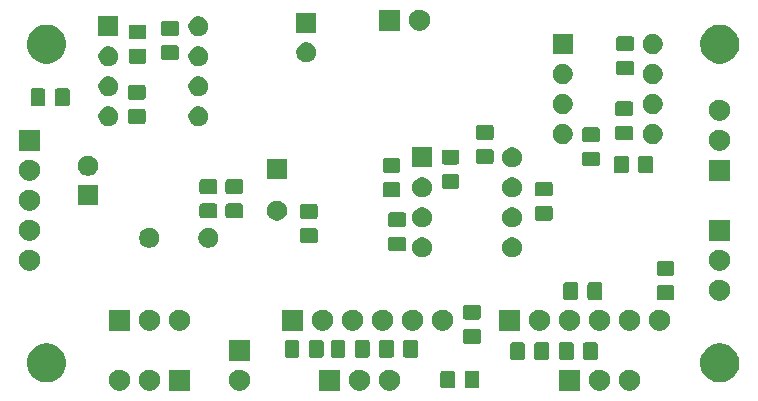
<source format=gbr>
G04 #@! TF.GenerationSoftware,KiCad,Pcbnew,(5.1.5)-3*
G04 #@! TF.CreationDate,2020-02-22T22:04:57-05:00*
G04 #@! TF.ProjectId,Semiparametric-EQ,53656d69-7061-4726-916d-65747269632d,rev?*
G04 #@! TF.SameCoordinates,Original*
G04 #@! TF.FileFunction,Soldermask,Bot*
G04 #@! TF.FilePolarity,Negative*
%FSLAX46Y46*%
G04 Gerber Fmt 4.6, Leading zero omitted, Abs format (unit mm)*
G04 Created by KiCad (PCBNEW (5.1.5)-3) date 2020-02-22 22:04:57*
%MOMM*%
%LPD*%
G04 APERTURE LIST*
%ADD10C,0.100000*%
G04 APERTURE END LIST*
D10*
G36*
X10273512Y3436073D02*
G01*
X10422812Y3406376D01*
X10586784Y3338456D01*
X10734354Y3239853D01*
X10859853Y3114354D01*
X10958456Y2966784D01*
X11026376Y2802812D01*
X11061000Y2628741D01*
X11061000Y2451259D01*
X11026376Y2277188D01*
X10958456Y2113216D01*
X10859853Y1965646D01*
X10734354Y1840147D01*
X10586784Y1741544D01*
X10422812Y1673624D01*
X10273512Y1643927D01*
X10248742Y1639000D01*
X10071258Y1639000D01*
X10046488Y1643927D01*
X9897188Y1673624D01*
X9733216Y1741544D01*
X9585646Y1840147D01*
X9460147Y1965646D01*
X9361544Y2113216D01*
X9293624Y2277188D01*
X9259000Y2451259D01*
X9259000Y2628741D01*
X9293624Y2802812D01*
X9361544Y2966784D01*
X9460147Y3114354D01*
X9585646Y3239853D01*
X9733216Y3338456D01*
X9897188Y3406376D01*
X10046488Y3436073D01*
X10071258Y3441000D01*
X10248742Y3441000D01*
X10273512Y3436073D01*
G37*
G36*
X50913512Y3436073D02*
G01*
X51062812Y3406376D01*
X51226784Y3338456D01*
X51374354Y3239853D01*
X51499853Y3114354D01*
X51598456Y2966784D01*
X51666376Y2802812D01*
X51701000Y2628741D01*
X51701000Y2451259D01*
X51666376Y2277188D01*
X51598456Y2113216D01*
X51499853Y1965646D01*
X51374354Y1840147D01*
X51226784Y1741544D01*
X51062812Y1673624D01*
X50913512Y1643927D01*
X50888742Y1639000D01*
X50711258Y1639000D01*
X50686488Y1643927D01*
X50537188Y1673624D01*
X50373216Y1741544D01*
X50225646Y1840147D01*
X50100147Y1965646D01*
X50001544Y2113216D01*
X49933624Y2277188D01*
X49899000Y2451259D01*
X49899000Y2628741D01*
X49933624Y2802812D01*
X50001544Y2966784D01*
X50100147Y3114354D01*
X50225646Y3239853D01*
X50373216Y3338456D01*
X50537188Y3406376D01*
X50686488Y3436073D01*
X50711258Y3441000D01*
X50888742Y3441000D01*
X50913512Y3436073D01*
G37*
G36*
X20433512Y3436073D02*
G01*
X20582812Y3406376D01*
X20746784Y3338456D01*
X20894354Y3239853D01*
X21019853Y3114354D01*
X21118456Y2966784D01*
X21186376Y2802812D01*
X21221000Y2628741D01*
X21221000Y2451259D01*
X21186376Y2277188D01*
X21118456Y2113216D01*
X21019853Y1965646D01*
X20894354Y1840147D01*
X20746784Y1741544D01*
X20582812Y1673624D01*
X20433512Y1643927D01*
X20408742Y1639000D01*
X20231258Y1639000D01*
X20206488Y1643927D01*
X20057188Y1673624D01*
X19893216Y1741544D01*
X19745646Y1840147D01*
X19620147Y1965646D01*
X19521544Y2113216D01*
X19453624Y2277188D01*
X19419000Y2451259D01*
X19419000Y2628741D01*
X19453624Y2802812D01*
X19521544Y2966784D01*
X19620147Y3114354D01*
X19745646Y3239853D01*
X19893216Y3338456D01*
X20057188Y3406376D01*
X20206488Y3436073D01*
X20231258Y3441000D01*
X20408742Y3441000D01*
X20433512Y3436073D01*
G37*
G36*
X49161000Y1639000D02*
G01*
X47359000Y1639000D01*
X47359000Y3441000D01*
X49161000Y3441000D01*
X49161000Y1639000D01*
G37*
G36*
X53453512Y3436073D02*
G01*
X53602812Y3406376D01*
X53766784Y3338456D01*
X53914354Y3239853D01*
X54039853Y3114354D01*
X54138456Y2966784D01*
X54206376Y2802812D01*
X54241000Y2628741D01*
X54241000Y2451259D01*
X54206376Y2277188D01*
X54138456Y2113216D01*
X54039853Y1965646D01*
X53914354Y1840147D01*
X53766784Y1741544D01*
X53602812Y1673624D01*
X53453512Y1643927D01*
X53428742Y1639000D01*
X53251258Y1639000D01*
X53226488Y1643927D01*
X53077188Y1673624D01*
X52913216Y1741544D01*
X52765646Y1840147D01*
X52640147Y1965646D01*
X52541544Y2113216D01*
X52473624Y2277188D01*
X52439000Y2451259D01*
X52439000Y2628741D01*
X52473624Y2802812D01*
X52541544Y2966784D01*
X52640147Y3114354D01*
X52765646Y3239853D01*
X52913216Y3338456D01*
X53077188Y3406376D01*
X53226488Y3436073D01*
X53251258Y3441000D01*
X53428742Y3441000D01*
X53453512Y3436073D01*
G37*
G36*
X33133512Y3436073D02*
G01*
X33282812Y3406376D01*
X33446784Y3338456D01*
X33594354Y3239853D01*
X33719853Y3114354D01*
X33818456Y2966784D01*
X33886376Y2802812D01*
X33921000Y2628741D01*
X33921000Y2451259D01*
X33886376Y2277188D01*
X33818456Y2113216D01*
X33719853Y1965646D01*
X33594354Y1840147D01*
X33446784Y1741544D01*
X33282812Y1673624D01*
X33133512Y1643927D01*
X33108742Y1639000D01*
X32931258Y1639000D01*
X32906488Y1643927D01*
X32757188Y1673624D01*
X32593216Y1741544D01*
X32445646Y1840147D01*
X32320147Y1965646D01*
X32221544Y2113216D01*
X32153624Y2277188D01*
X32119000Y2451259D01*
X32119000Y2628741D01*
X32153624Y2802812D01*
X32221544Y2966784D01*
X32320147Y3114354D01*
X32445646Y3239853D01*
X32593216Y3338456D01*
X32757188Y3406376D01*
X32906488Y3436073D01*
X32931258Y3441000D01*
X33108742Y3441000D01*
X33133512Y3436073D01*
G37*
G36*
X28841000Y1639000D02*
G01*
X27039000Y1639000D01*
X27039000Y3441000D01*
X28841000Y3441000D01*
X28841000Y1639000D01*
G37*
G36*
X30593512Y3436073D02*
G01*
X30742812Y3406376D01*
X30906784Y3338456D01*
X31054354Y3239853D01*
X31179853Y3114354D01*
X31278456Y2966784D01*
X31346376Y2802812D01*
X31381000Y2628741D01*
X31381000Y2451259D01*
X31346376Y2277188D01*
X31278456Y2113216D01*
X31179853Y1965646D01*
X31054354Y1840147D01*
X30906784Y1741544D01*
X30742812Y1673624D01*
X30593512Y1643927D01*
X30568742Y1639000D01*
X30391258Y1639000D01*
X30366488Y1643927D01*
X30217188Y1673624D01*
X30053216Y1741544D01*
X29905646Y1840147D01*
X29780147Y1965646D01*
X29681544Y2113216D01*
X29613624Y2277188D01*
X29579000Y2451259D01*
X29579000Y2628741D01*
X29613624Y2802812D01*
X29681544Y2966784D01*
X29780147Y3114354D01*
X29905646Y3239853D01*
X30053216Y3338456D01*
X30217188Y3406376D01*
X30366488Y3436073D01*
X30391258Y3441000D01*
X30568742Y3441000D01*
X30593512Y3436073D01*
G37*
G36*
X12813512Y3436073D02*
G01*
X12962812Y3406376D01*
X13126784Y3338456D01*
X13274354Y3239853D01*
X13399853Y3114354D01*
X13498456Y2966784D01*
X13566376Y2802812D01*
X13601000Y2628741D01*
X13601000Y2451259D01*
X13566376Y2277188D01*
X13498456Y2113216D01*
X13399853Y1965646D01*
X13274354Y1840147D01*
X13126784Y1741544D01*
X12962812Y1673624D01*
X12813512Y1643927D01*
X12788742Y1639000D01*
X12611258Y1639000D01*
X12586488Y1643927D01*
X12437188Y1673624D01*
X12273216Y1741544D01*
X12125646Y1840147D01*
X12000147Y1965646D01*
X11901544Y2113216D01*
X11833624Y2277188D01*
X11799000Y2451259D01*
X11799000Y2628741D01*
X11833624Y2802812D01*
X11901544Y2966784D01*
X12000147Y3114354D01*
X12125646Y3239853D01*
X12273216Y3338456D01*
X12437188Y3406376D01*
X12586488Y3436073D01*
X12611258Y3441000D01*
X12788742Y3441000D01*
X12813512Y3436073D01*
G37*
G36*
X16141000Y1639000D02*
G01*
X14339000Y1639000D01*
X14339000Y3441000D01*
X16141000Y3441000D01*
X16141000Y1639000D01*
G37*
G36*
X38438674Y3346535D02*
G01*
X38476367Y3335101D01*
X38511103Y3316534D01*
X38541548Y3291548D01*
X38566534Y3261103D01*
X38585101Y3226367D01*
X38596535Y3188674D01*
X38601000Y3143339D01*
X38601000Y2056661D01*
X38596535Y2011326D01*
X38585101Y1973633D01*
X38566534Y1938897D01*
X38541548Y1908452D01*
X38511103Y1883466D01*
X38476367Y1864899D01*
X38438674Y1853465D01*
X38393339Y1849000D01*
X37556661Y1849000D01*
X37511326Y1853465D01*
X37473633Y1864899D01*
X37438897Y1883466D01*
X37408452Y1908452D01*
X37383466Y1938897D01*
X37364899Y1973633D01*
X37353465Y2011326D01*
X37349000Y2056661D01*
X37349000Y3143339D01*
X37353465Y3188674D01*
X37364899Y3226367D01*
X37383466Y3261103D01*
X37408452Y3291548D01*
X37438897Y3316534D01*
X37473633Y3335101D01*
X37511326Y3346535D01*
X37556661Y3351000D01*
X38393339Y3351000D01*
X38438674Y3346535D01*
G37*
G36*
X40488674Y3346535D02*
G01*
X40526367Y3335101D01*
X40561103Y3316534D01*
X40591548Y3291548D01*
X40616534Y3261103D01*
X40635101Y3226367D01*
X40646535Y3188674D01*
X40651000Y3143339D01*
X40651000Y2056661D01*
X40646535Y2011326D01*
X40635101Y1973633D01*
X40616534Y1938897D01*
X40591548Y1908452D01*
X40561103Y1883466D01*
X40526367Y1864899D01*
X40488674Y1853465D01*
X40443339Y1849000D01*
X39606661Y1849000D01*
X39561326Y1853465D01*
X39523633Y1864899D01*
X39488897Y1883466D01*
X39458452Y1908452D01*
X39433466Y1938897D01*
X39414899Y1973633D01*
X39403465Y2011326D01*
X39399000Y2056661D01*
X39399000Y3143339D01*
X39403465Y3188674D01*
X39414899Y3226367D01*
X39433466Y3261103D01*
X39458452Y3291548D01*
X39488897Y3316534D01*
X39523633Y3335101D01*
X39561326Y3346535D01*
X39606661Y3351000D01*
X40443339Y3351000D01*
X40488674Y3346535D01*
G37*
G36*
X4286448Y5626367D02*
G01*
X4481579Y5587553D01*
X4694037Y5499550D01*
X4744067Y5478827D01*
X4782042Y5463097D01*
X5052451Y5282415D01*
X5282415Y5052451D01*
X5463097Y4782042D01*
X5576422Y4508452D01*
X5587553Y4481578D01*
X5632776Y4254230D01*
X5651000Y4162609D01*
X5651000Y3837391D01*
X5587553Y3518421D01*
X5463097Y3217958D01*
X5282415Y2947549D01*
X5052451Y2717585D01*
X4782042Y2536903D01*
X4481579Y2412447D01*
X4375256Y2391298D01*
X4162611Y2349000D01*
X3837389Y2349000D01*
X3624744Y2391298D01*
X3518421Y2412447D01*
X3217958Y2536903D01*
X2947549Y2717585D01*
X2717585Y2947549D01*
X2536903Y3217958D01*
X2412447Y3518421D01*
X2349000Y3837391D01*
X2349000Y4162609D01*
X2367225Y4254230D01*
X2412447Y4481578D01*
X2423579Y4508452D01*
X2536903Y4782042D01*
X2717585Y5052451D01*
X2947549Y5282415D01*
X3217958Y5463097D01*
X3255934Y5478827D01*
X3305963Y5499550D01*
X3518421Y5587553D01*
X3713552Y5626367D01*
X3837389Y5651000D01*
X4162611Y5651000D01*
X4286448Y5626367D01*
G37*
G36*
X61286448Y5626367D02*
G01*
X61481579Y5587553D01*
X61694037Y5499550D01*
X61744067Y5478827D01*
X61782042Y5463097D01*
X62052451Y5282415D01*
X62282415Y5052451D01*
X62463097Y4782042D01*
X62576422Y4508452D01*
X62587553Y4481578D01*
X62632776Y4254230D01*
X62651000Y4162609D01*
X62651000Y3837391D01*
X62587553Y3518421D01*
X62463097Y3217958D01*
X62282415Y2947549D01*
X62052451Y2717585D01*
X61782042Y2536903D01*
X61481579Y2412447D01*
X61375256Y2391298D01*
X61162611Y2349000D01*
X60837389Y2349000D01*
X60624744Y2391298D01*
X60518421Y2412447D01*
X60217958Y2536903D01*
X59947549Y2717585D01*
X59717585Y2947549D01*
X59536903Y3217958D01*
X59412447Y3518421D01*
X59349000Y3837391D01*
X59349000Y4162609D01*
X59367225Y4254230D01*
X59412447Y4481578D01*
X59423579Y4508452D01*
X59536903Y4782042D01*
X59717585Y5052451D01*
X59947549Y5282415D01*
X60217958Y5463097D01*
X60255934Y5478827D01*
X60305963Y5499550D01*
X60518421Y5587553D01*
X60713552Y5626367D01*
X60837389Y5651000D01*
X61162611Y5651000D01*
X61286448Y5626367D01*
G37*
G36*
X21221000Y4179000D02*
G01*
X19419000Y4179000D01*
X19419000Y5981000D01*
X21221000Y5981000D01*
X21221000Y4179000D01*
G37*
G36*
X44338674Y5746535D02*
G01*
X44376367Y5735101D01*
X44411103Y5716534D01*
X44441548Y5691548D01*
X44466534Y5661103D01*
X44485101Y5626367D01*
X44496535Y5588674D01*
X44501000Y5543339D01*
X44501000Y4456661D01*
X44496535Y4411326D01*
X44485101Y4373633D01*
X44466534Y4338897D01*
X44441548Y4308452D01*
X44411103Y4283466D01*
X44376367Y4264899D01*
X44338674Y4253465D01*
X44293339Y4249000D01*
X43456661Y4249000D01*
X43411326Y4253465D01*
X43373633Y4264899D01*
X43338897Y4283466D01*
X43308452Y4308452D01*
X43283466Y4338897D01*
X43264899Y4373633D01*
X43253465Y4411326D01*
X43249000Y4456661D01*
X43249000Y5543339D01*
X43253465Y5588674D01*
X43264899Y5626367D01*
X43283466Y5661103D01*
X43308452Y5691548D01*
X43338897Y5716534D01*
X43373633Y5735101D01*
X43411326Y5746535D01*
X43456661Y5751000D01*
X44293339Y5751000D01*
X44338674Y5746535D01*
G37*
G36*
X46388674Y5746535D02*
G01*
X46426367Y5735101D01*
X46461103Y5716534D01*
X46491548Y5691548D01*
X46516534Y5661103D01*
X46535101Y5626367D01*
X46546535Y5588674D01*
X46551000Y5543339D01*
X46551000Y4456661D01*
X46546535Y4411326D01*
X46535101Y4373633D01*
X46516534Y4338897D01*
X46491548Y4308452D01*
X46461103Y4283466D01*
X46426367Y4264899D01*
X46388674Y4253465D01*
X46343339Y4249000D01*
X45506661Y4249000D01*
X45461326Y4253465D01*
X45423633Y4264899D01*
X45388897Y4283466D01*
X45358452Y4308452D01*
X45333466Y4338897D01*
X45314899Y4373633D01*
X45303465Y4411326D01*
X45299000Y4456661D01*
X45299000Y5543339D01*
X45303465Y5588674D01*
X45314899Y5626367D01*
X45333466Y5661103D01*
X45358452Y5691548D01*
X45388897Y5716534D01*
X45423633Y5735101D01*
X45461326Y5746535D01*
X45506661Y5751000D01*
X46343339Y5751000D01*
X46388674Y5746535D01*
G37*
G36*
X48463674Y5746535D02*
G01*
X48501367Y5735101D01*
X48536103Y5716534D01*
X48566548Y5691548D01*
X48591534Y5661103D01*
X48610101Y5626367D01*
X48621535Y5588674D01*
X48626000Y5543339D01*
X48626000Y4456661D01*
X48621535Y4411326D01*
X48610101Y4373633D01*
X48591534Y4338897D01*
X48566548Y4308452D01*
X48536103Y4283466D01*
X48501367Y4264899D01*
X48463674Y4253465D01*
X48418339Y4249000D01*
X47581661Y4249000D01*
X47536326Y4253465D01*
X47498633Y4264899D01*
X47463897Y4283466D01*
X47433452Y4308452D01*
X47408466Y4338897D01*
X47389899Y4373633D01*
X47378465Y4411326D01*
X47374000Y4456661D01*
X47374000Y5543339D01*
X47378465Y5588674D01*
X47389899Y5626367D01*
X47408466Y5661103D01*
X47433452Y5691548D01*
X47463897Y5716534D01*
X47498633Y5735101D01*
X47536326Y5746535D01*
X47581661Y5751000D01*
X48418339Y5751000D01*
X48463674Y5746535D01*
G37*
G36*
X50513674Y5746535D02*
G01*
X50551367Y5735101D01*
X50586103Y5716534D01*
X50616548Y5691548D01*
X50641534Y5661103D01*
X50660101Y5626367D01*
X50671535Y5588674D01*
X50676000Y5543339D01*
X50676000Y4456661D01*
X50671535Y4411326D01*
X50660101Y4373633D01*
X50641534Y4338897D01*
X50616548Y4308452D01*
X50586103Y4283466D01*
X50551367Y4264899D01*
X50513674Y4253465D01*
X50468339Y4249000D01*
X49631661Y4249000D01*
X49586326Y4253465D01*
X49548633Y4264899D01*
X49513897Y4283466D01*
X49483452Y4308452D01*
X49458466Y4338897D01*
X49439899Y4373633D01*
X49428465Y4411326D01*
X49424000Y4456661D01*
X49424000Y5543339D01*
X49428465Y5588674D01*
X49439899Y5626367D01*
X49458466Y5661103D01*
X49483452Y5691548D01*
X49513897Y5716534D01*
X49548633Y5735101D01*
X49586326Y5746535D01*
X49631661Y5751000D01*
X50468339Y5751000D01*
X50513674Y5746535D01*
G37*
G36*
X33238674Y5946535D02*
G01*
X33276367Y5935101D01*
X33311103Y5916534D01*
X33341548Y5891548D01*
X33366534Y5861103D01*
X33385101Y5826367D01*
X33396535Y5788674D01*
X33401000Y5743339D01*
X33401000Y4656661D01*
X33396535Y4611326D01*
X33385101Y4573633D01*
X33366534Y4538897D01*
X33341548Y4508452D01*
X33311103Y4483466D01*
X33276367Y4464899D01*
X33238674Y4453465D01*
X33193339Y4449000D01*
X32356661Y4449000D01*
X32311326Y4453465D01*
X32273633Y4464899D01*
X32238897Y4483466D01*
X32208452Y4508452D01*
X32183466Y4538897D01*
X32164899Y4573633D01*
X32153465Y4611326D01*
X32149000Y4656661D01*
X32149000Y5743339D01*
X32153465Y5788674D01*
X32164899Y5826367D01*
X32183466Y5861103D01*
X32208452Y5891548D01*
X32238897Y5916534D01*
X32273633Y5935101D01*
X32311326Y5946535D01*
X32356661Y5951000D01*
X33193339Y5951000D01*
X33238674Y5946535D01*
G37*
G36*
X31188674Y5946535D02*
G01*
X31226367Y5935101D01*
X31261103Y5916534D01*
X31291548Y5891548D01*
X31316534Y5861103D01*
X31335101Y5826367D01*
X31346535Y5788674D01*
X31351000Y5743339D01*
X31351000Y4656661D01*
X31346535Y4611326D01*
X31335101Y4573633D01*
X31316534Y4538897D01*
X31291548Y4508452D01*
X31261103Y4483466D01*
X31226367Y4464899D01*
X31188674Y4453465D01*
X31143339Y4449000D01*
X30306661Y4449000D01*
X30261326Y4453465D01*
X30223633Y4464899D01*
X30188897Y4483466D01*
X30158452Y4508452D01*
X30133466Y4538897D01*
X30114899Y4573633D01*
X30103465Y4611326D01*
X30099000Y4656661D01*
X30099000Y5743339D01*
X30103465Y5788674D01*
X30114899Y5826367D01*
X30133466Y5861103D01*
X30158452Y5891548D01*
X30188897Y5916534D01*
X30223633Y5935101D01*
X30261326Y5946535D01*
X30306661Y5951000D01*
X31143339Y5951000D01*
X31188674Y5946535D01*
G37*
G36*
X27288674Y5946535D02*
G01*
X27326367Y5935101D01*
X27361103Y5916534D01*
X27391548Y5891548D01*
X27416534Y5861103D01*
X27435101Y5826367D01*
X27446535Y5788674D01*
X27451000Y5743339D01*
X27451000Y4656661D01*
X27446535Y4611326D01*
X27435101Y4573633D01*
X27416534Y4538897D01*
X27391548Y4508452D01*
X27361103Y4483466D01*
X27326367Y4464899D01*
X27288674Y4453465D01*
X27243339Y4449000D01*
X26406661Y4449000D01*
X26361326Y4453465D01*
X26323633Y4464899D01*
X26288897Y4483466D01*
X26258452Y4508452D01*
X26233466Y4538897D01*
X26214899Y4573633D01*
X26203465Y4611326D01*
X26199000Y4656661D01*
X26199000Y5743339D01*
X26203465Y5788674D01*
X26214899Y5826367D01*
X26233466Y5861103D01*
X26258452Y5891548D01*
X26288897Y5916534D01*
X26323633Y5935101D01*
X26361326Y5946535D01*
X26406661Y5951000D01*
X27243339Y5951000D01*
X27288674Y5946535D01*
G37*
G36*
X29138674Y5946535D02*
G01*
X29176367Y5935101D01*
X29211103Y5916534D01*
X29241548Y5891548D01*
X29266534Y5861103D01*
X29285101Y5826367D01*
X29296535Y5788674D01*
X29301000Y5743339D01*
X29301000Y4656661D01*
X29296535Y4611326D01*
X29285101Y4573633D01*
X29266534Y4538897D01*
X29241548Y4508452D01*
X29211103Y4483466D01*
X29176367Y4464899D01*
X29138674Y4453465D01*
X29093339Y4449000D01*
X28256661Y4449000D01*
X28211326Y4453465D01*
X28173633Y4464899D01*
X28138897Y4483466D01*
X28108452Y4508452D01*
X28083466Y4538897D01*
X28064899Y4573633D01*
X28053465Y4611326D01*
X28049000Y4656661D01*
X28049000Y5743339D01*
X28053465Y5788674D01*
X28064899Y5826367D01*
X28083466Y5861103D01*
X28108452Y5891548D01*
X28138897Y5916534D01*
X28173633Y5935101D01*
X28211326Y5946535D01*
X28256661Y5951000D01*
X29093339Y5951000D01*
X29138674Y5946535D01*
G37*
G36*
X25238674Y5946535D02*
G01*
X25276367Y5935101D01*
X25311103Y5916534D01*
X25341548Y5891548D01*
X25366534Y5861103D01*
X25385101Y5826367D01*
X25396535Y5788674D01*
X25401000Y5743339D01*
X25401000Y4656661D01*
X25396535Y4611326D01*
X25385101Y4573633D01*
X25366534Y4538897D01*
X25341548Y4508452D01*
X25311103Y4483466D01*
X25276367Y4464899D01*
X25238674Y4453465D01*
X25193339Y4449000D01*
X24356661Y4449000D01*
X24311326Y4453465D01*
X24273633Y4464899D01*
X24238897Y4483466D01*
X24208452Y4508452D01*
X24183466Y4538897D01*
X24164899Y4573633D01*
X24153465Y4611326D01*
X24149000Y4656661D01*
X24149000Y5743339D01*
X24153465Y5788674D01*
X24164899Y5826367D01*
X24183466Y5861103D01*
X24208452Y5891548D01*
X24238897Y5916534D01*
X24273633Y5935101D01*
X24311326Y5946535D01*
X24356661Y5951000D01*
X25193339Y5951000D01*
X25238674Y5946535D01*
G37*
G36*
X35288674Y5946535D02*
G01*
X35326367Y5935101D01*
X35361103Y5916534D01*
X35391548Y5891548D01*
X35416534Y5861103D01*
X35435101Y5826367D01*
X35446535Y5788674D01*
X35451000Y5743339D01*
X35451000Y4656661D01*
X35446535Y4611326D01*
X35435101Y4573633D01*
X35416534Y4538897D01*
X35391548Y4508452D01*
X35361103Y4483466D01*
X35326367Y4464899D01*
X35288674Y4453465D01*
X35243339Y4449000D01*
X34406661Y4449000D01*
X34361326Y4453465D01*
X34323633Y4464899D01*
X34288897Y4483466D01*
X34258452Y4508452D01*
X34233466Y4538897D01*
X34214899Y4573633D01*
X34203465Y4611326D01*
X34199000Y4656661D01*
X34199000Y5743339D01*
X34203465Y5788674D01*
X34214899Y5826367D01*
X34233466Y5861103D01*
X34258452Y5891548D01*
X34288897Y5916534D01*
X34323633Y5935101D01*
X34361326Y5946535D01*
X34406661Y5951000D01*
X35243339Y5951000D01*
X35288674Y5946535D01*
G37*
G36*
X40608674Y6876535D02*
G01*
X40646367Y6865101D01*
X40681103Y6846534D01*
X40711548Y6821548D01*
X40736534Y6791103D01*
X40755101Y6756367D01*
X40766535Y6718674D01*
X40771000Y6673339D01*
X40771000Y5836661D01*
X40766535Y5791326D01*
X40755101Y5753633D01*
X40736534Y5718897D01*
X40711548Y5688452D01*
X40681103Y5663466D01*
X40646367Y5644899D01*
X40608674Y5633465D01*
X40563339Y5629000D01*
X39476661Y5629000D01*
X39431326Y5633465D01*
X39393633Y5644899D01*
X39358897Y5663466D01*
X39328452Y5688452D01*
X39303466Y5718897D01*
X39284899Y5753633D01*
X39273465Y5791326D01*
X39269000Y5836661D01*
X39269000Y6673339D01*
X39273465Y6718674D01*
X39284899Y6756367D01*
X39303466Y6791103D01*
X39328452Y6821548D01*
X39358897Y6846534D01*
X39393633Y6865101D01*
X39431326Y6876535D01*
X39476661Y6881000D01*
X40563339Y6881000D01*
X40608674Y6876535D01*
G37*
G36*
X53453512Y8516073D02*
G01*
X53602812Y8486376D01*
X53766784Y8418456D01*
X53914354Y8319853D01*
X54039853Y8194354D01*
X54138456Y8046784D01*
X54206376Y7882812D01*
X54241000Y7708741D01*
X54241000Y7531259D01*
X54206376Y7357188D01*
X54138456Y7193216D01*
X54039853Y7045646D01*
X53914354Y6920147D01*
X53766784Y6821544D01*
X53602812Y6753624D01*
X53453512Y6723927D01*
X53428742Y6719000D01*
X53251258Y6719000D01*
X53226488Y6723927D01*
X53077188Y6753624D01*
X52913216Y6821544D01*
X52765646Y6920147D01*
X52640147Y7045646D01*
X52541544Y7193216D01*
X52473624Y7357188D01*
X52439000Y7531259D01*
X52439000Y7708741D01*
X52473624Y7882812D01*
X52541544Y8046784D01*
X52640147Y8194354D01*
X52765646Y8319853D01*
X52913216Y8418456D01*
X53077188Y8486376D01*
X53226488Y8516073D01*
X53251258Y8521000D01*
X53428742Y8521000D01*
X53453512Y8516073D01*
G37*
G36*
X50913512Y8516073D02*
G01*
X51062812Y8486376D01*
X51226784Y8418456D01*
X51374354Y8319853D01*
X51499853Y8194354D01*
X51598456Y8046784D01*
X51666376Y7882812D01*
X51701000Y7708741D01*
X51701000Y7531259D01*
X51666376Y7357188D01*
X51598456Y7193216D01*
X51499853Y7045646D01*
X51374354Y6920147D01*
X51226784Y6821544D01*
X51062812Y6753624D01*
X50913512Y6723927D01*
X50888742Y6719000D01*
X50711258Y6719000D01*
X50686488Y6723927D01*
X50537188Y6753624D01*
X50373216Y6821544D01*
X50225646Y6920147D01*
X50100147Y7045646D01*
X50001544Y7193216D01*
X49933624Y7357188D01*
X49899000Y7531259D01*
X49899000Y7708741D01*
X49933624Y7882812D01*
X50001544Y8046784D01*
X50100147Y8194354D01*
X50225646Y8319853D01*
X50373216Y8418456D01*
X50537188Y8486376D01*
X50686488Y8516073D01*
X50711258Y8521000D01*
X50888742Y8521000D01*
X50913512Y8516073D01*
G37*
G36*
X48373512Y8516073D02*
G01*
X48522812Y8486376D01*
X48686784Y8418456D01*
X48834354Y8319853D01*
X48959853Y8194354D01*
X49058456Y8046784D01*
X49126376Y7882812D01*
X49161000Y7708741D01*
X49161000Y7531259D01*
X49126376Y7357188D01*
X49058456Y7193216D01*
X48959853Y7045646D01*
X48834354Y6920147D01*
X48686784Y6821544D01*
X48522812Y6753624D01*
X48373512Y6723927D01*
X48348742Y6719000D01*
X48171258Y6719000D01*
X48146488Y6723927D01*
X47997188Y6753624D01*
X47833216Y6821544D01*
X47685646Y6920147D01*
X47560147Y7045646D01*
X47461544Y7193216D01*
X47393624Y7357188D01*
X47359000Y7531259D01*
X47359000Y7708741D01*
X47393624Y7882812D01*
X47461544Y8046784D01*
X47560147Y8194354D01*
X47685646Y8319853D01*
X47833216Y8418456D01*
X47997188Y8486376D01*
X48146488Y8516073D01*
X48171258Y8521000D01*
X48348742Y8521000D01*
X48373512Y8516073D01*
G37*
G36*
X45833512Y8516073D02*
G01*
X45982812Y8486376D01*
X46146784Y8418456D01*
X46294354Y8319853D01*
X46419853Y8194354D01*
X46518456Y8046784D01*
X46586376Y7882812D01*
X46621000Y7708741D01*
X46621000Y7531259D01*
X46586376Y7357188D01*
X46518456Y7193216D01*
X46419853Y7045646D01*
X46294354Y6920147D01*
X46146784Y6821544D01*
X45982812Y6753624D01*
X45833512Y6723927D01*
X45808742Y6719000D01*
X45631258Y6719000D01*
X45606488Y6723927D01*
X45457188Y6753624D01*
X45293216Y6821544D01*
X45145646Y6920147D01*
X45020147Y7045646D01*
X44921544Y7193216D01*
X44853624Y7357188D01*
X44819000Y7531259D01*
X44819000Y7708741D01*
X44853624Y7882812D01*
X44921544Y8046784D01*
X45020147Y8194354D01*
X45145646Y8319853D01*
X45293216Y8418456D01*
X45457188Y8486376D01*
X45606488Y8516073D01*
X45631258Y8521000D01*
X45808742Y8521000D01*
X45833512Y8516073D01*
G37*
G36*
X44081000Y6719000D02*
G01*
X42279000Y6719000D01*
X42279000Y8521000D01*
X44081000Y8521000D01*
X44081000Y6719000D01*
G37*
G36*
X30033512Y8516073D02*
G01*
X30182812Y8486376D01*
X30346784Y8418456D01*
X30494354Y8319853D01*
X30619853Y8194354D01*
X30718456Y8046784D01*
X30786376Y7882812D01*
X30821000Y7708741D01*
X30821000Y7531259D01*
X30786376Y7357188D01*
X30718456Y7193216D01*
X30619853Y7045646D01*
X30494354Y6920147D01*
X30346784Y6821544D01*
X30182812Y6753624D01*
X30033512Y6723927D01*
X30008742Y6719000D01*
X29831258Y6719000D01*
X29806488Y6723927D01*
X29657188Y6753624D01*
X29493216Y6821544D01*
X29345646Y6920147D01*
X29220147Y7045646D01*
X29121544Y7193216D01*
X29053624Y7357188D01*
X29019000Y7531259D01*
X29019000Y7708741D01*
X29053624Y7882812D01*
X29121544Y8046784D01*
X29220147Y8194354D01*
X29345646Y8319853D01*
X29493216Y8418456D01*
X29657188Y8486376D01*
X29806488Y8516073D01*
X29831258Y8521000D01*
X30008742Y8521000D01*
X30033512Y8516073D01*
G37*
G36*
X55993512Y8516073D02*
G01*
X56142812Y8486376D01*
X56306784Y8418456D01*
X56454354Y8319853D01*
X56579853Y8194354D01*
X56678456Y8046784D01*
X56746376Y7882812D01*
X56781000Y7708741D01*
X56781000Y7531259D01*
X56746376Y7357188D01*
X56678456Y7193216D01*
X56579853Y7045646D01*
X56454354Y6920147D01*
X56306784Y6821544D01*
X56142812Y6753624D01*
X55993512Y6723927D01*
X55968742Y6719000D01*
X55791258Y6719000D01*
X55766488Y6723927D01*
X55617188Y6753624D01*
X55453216Y6821544D01*
X55305646Y6920147D01*
X55180147Y7045646D01*
X55081544Y7193216D01*
X55013624Y7357188D01*
X54979000Y7531259D01*
X54979000Y7708741D01*
X55013624Y7882812D01*
X55081544Y8046784D01*
X55180147Y8194354D01*
X55305646Y8319853D01*
X55453216Y8418456D01*
X55617188Y8486376D01*
X55766488Y8516073D01*
X55791258Y8521000D01*
X55968742Y8521000D01*
X55993512Y8516073D01*
G37*
G36*
X15353512Y8516073D02*
G01*
X15502812Y8486376D01*
X15666784Y8418456D01*
X15814354Y8319853D01*
X15939853Y8194354D01*
X16038456Y8046784D01*
X16106376Y7882812D01*
X16141000Y7708741D01*
X16141000Y7531259D01*
X16106376Y7357188D01*
X16038456Y7193216D01*
X15939853Y7045646D01*
X15814354Y6920147D01*
X15666784Y6821544D01*
X15502812Y6753624D01*
X15353512Y6723927D01*
X15328742Y6719000D01*
X15151258Y6719000D01*
X15126488Y6723927D01*
X14977188Y6753624D01*
X14813216Y6821544D01*
X14665646Y6920147D01*
X14540147Y7045646D01*
X14441544Y7193216D01*
X14373624Y7357188D01*
X14339000Y7531259D01*
X14339000Y7708741D01*
X14373624Y7882812D01*
X14441544Y8046784D01*
X14540147Y8194354D01*
X14665646Y8319853D01*
X14813216Y8418456D01*
X14977188Y8486376D01*
X15126488Y8516073D01*
X15151258Y8521000D01*
X15328742Y8521000D01*
X15353512Y8516073D01*
G37*
G36*
X12813512Y8516073D02*
G01*
X12962812Y8486376D01*
X13126784Y8418456D01*
X13274354Y8319853D01*
X13399853Y8194354D01*
X13498456Y8046784D01*
X13566376Y7882812D01*
X13601000Y7708741D01*
X13601000Y7531259D01*
X13566376Y7357188D01*
X13498456Y7193216D01*
X13399853Y7045646D01*
X13274354Y6920147D01*
X13126784Y6821544D01*
X12962812Y6753624D01*
X12813512Y6723927D01*
X12788742Y6719000D01*
X12611258Y6719000D01*
X12586488Y6723927D01*
X12437188Y6753624D01*
X12273216Y6821544D01*
X12125646Y6920147D01*
X12000147Y7045646D01*
X11901544Y7193216D01*
X11833624Y7357188D01*
X11799000Y7531259D01*
X11799000Y7708741D01*
X11833624Y7882812D01*
X11901544Y8046784D01*
X12000147Y8194354D01*
X12125646Y8319853D01*
X12273216Y8418456D01*
X12437188Y8486376D01*
X12586488Y8516073D01*
X12611258Y8521000D01*
X12788742Y8521000D01*
X12813512Y8516073D01*
G37*
G36*
X11061000Y6719000D02*
G01*
X9259000Y6719000D01*
X9259000Y8521000D01*
X11061000Y8521000D01*
X11061000Y6719000D01*
G37*
G36*
X37653512Y8516073D02*
G01*
X37802812Y8486376D01*
X37966784Y8418456D01*
X38114354Y8319853D01*
X38239853Y8194354D01*
X38338456Y8046784D01*
X38406376Y7882812D01*
X38441000Y7708741D01*
X38441000Y7531259D01*
X38406376Y7357188D01*
X38338456Y7193216D01*
X38239853Y7045646D01*
X38114354Y6920147D01*
X37966784Y6821544D01*
X37802812Y6753624D01*
X37653512Y6723927D01*
X37628742Y6719000D01*
X37451258Y6719000D01*
X37426488Y6723927D01*
X37277188Y6753624D01*
X37113216Y6821544D01*
X36965646Y6920147D01*
X36840147Y7045646D01*
X36741544Y7193216D01*
X36673624Y7357188D01*
X36639000Y7531259D01*
X36639000Y7708741D01*
X36673624Y7882812D01*
X36741544Y8046784D01*
X36840147Y8194354D01*
X36965646Y8319853D01*
X37113216Y8418456D01*
X37277188Y8486376D01*
X37426488Y8516073D01*
X37451258Y8521000D01*
X37628742Y8521000D01*
X37653512Y8516073D01*
G37*
G36*
X35113512Y8516073D02*
G01*
X35262812Y8486376D01*
X35426784Y8418456D01*
X35574354Y8319853D01*
X35699853Y8194354D01*
X35798456Y8046784D01*
X35866376Y7882812D01*
X35901000Y7708741D01*
X35901000Y7531259D01*
X35866376Y7357188D01*
X35798456Y7193216D01*
X35699853Y7045646D01*
X35574354Y6920147D01*
X35426784Y6821544D01*
X35262812Y6753624D01*
X35113512Y6723927D01*
X35088742Y6719000D01*
X34911258Y6719000D01*
X34886488Y6723927D01*
X34737188Y6753624D01*
X34573216Y6821544D01*
X34425646Y6920147D01*
X34300147Y7045646D01*
X34201544Y7193216D01*
X34133624Y7357188D01*
X34099000Y7531259D01*
X34099000Y7708741D01*
X34133624Y7882812D01*
X34201544Y8046784D01*
X34300147Y8194354D01*
X34425646Y8319853D01*
X34573216Y8418456D01*
X34737188Y8486376D01*
X34886488Y8516073D01*
X34911258Y8521000D01*
X35088742Y8521000D01*
X35113512Y8516073D01*
G37*
G36*
X32573512Y8516073D02*
G01*
X32722812Y8486376D01*
X32886784Y8418456D01*
X33034354Y8319853D01*
X33159853Y8194354D01*
X33258456Y8046784D01*
X33326376Y7882812D01*
X33361000Y7708741D01*
X33361000Y7531259D01*
X33326376Y7357188D01*
X33258456Y7193216D01*
X33159853Y7045646D01*
X33034354Y6920147D01*
X32886784Y6821544D01*
X32722812Y6753624D01*
X32573512Y6723927D01*
X32548742Y6719000D01*
X32371258Y6719000D01*
X32346488Y6723927D01*
X32197188Y6753624D01*
X32033216Y6821544D01*
X31885646Y6920147D01*
X31760147Y7045646D01*
X31661544Y7193216D01*
X31593624Y7357188D01*
X31559000Y7531259D01*
X31559000Y7708741D01*
X31593624Y7882812D01*
X31661544Y8046784D01*
X31760147Y8194354D01*
X31885646Y8319853D01*
X32033216Y8418456D01*
X32197188Y8486376D01*
X32346488Y8516073D01*
X32371258Y8521000D01*
X32548742Y8521000D01*
X32573512Y8516073D01*
G37*
G36*
X27493512Y8516073D02*
G01*
X27642812Y8486376D01*
X27806784Y8418456D01*
X27954354Y8319853D01*
X28079853Y8194354D01*
X28178456Y8046784D01*
X28246376Y7882812D01*
X28281000Y7708741D01*
X28281000Y7531259D01*
X28246376Y7357188D01*
X28178456Y7193216D01*
X28079853Y7045646D01*
X27954354Y6920147D01*
X27806784Y6821544D01*
X27642812Y6753624D01*
X27493512Y6723927D01*
X27468742Y6719000D01*
X27291258Y6719000D01*
X27266488Y6723927D01*
X27117188Y6753624D01*
X26953216Y6821544D01*
X26805646Y6920147D01*
X26680147Y7045646D01*
X26581544Y7193216D01*
X26513624Y7357188D01*
X26479000Y7531259D01*
X26479000Y7708741D01*
X26513624Y7882812D01*
X26581544Y8046784D01*
X26680147Y8194354D01*
X26805646Y8319853D01*
X26953216Y8418456D01*
X27117188Y8486376D01*
X27266488Y8516073D01*
X27291258Y8521000D01*
X27468742Y8521000D01*
X27493512Y8516073D01*
G37*
G36*
X25741000Y6719000D02*
G01*
X23939000Y6719000D01*
X23939000Y8521000D01*
X25741000Y8521000D01*
X25741000Y6719000D01*
G37*
G36*
X40608674Y8926535D02*
G01*
X40646367Y8915101D01*
X40681103Y8896534D01*
X40711548Y8871548D01*
X40736534Y8841103D01*
X40755101Y8806367D01*
X40766535Y8768674D01*
X40771000Y8723339D01*
X40771000Y7886661D01*
X40766535Y7841326D01*
X40755101Y7803633D01*
X40736534Y7768897D01*
X40711548Y7738452D01*
X40681103Y7713466D01*
X40646367Y7694899D01*
X40608674Y7683465D01*
X40563339Y7679000D01*
X39476661Y7679000D01*
X39431326Y7683465D01*
X39393633Y7694899D01*
X39358897Y7713466D01*
X39328452Y7738452D01*
X39303466Y7768897D01*
X39284899Y7803633D01*
X39273465Y7841326D01*
X39269000Y7886661D01*
X39269000Y8723339D01*
X39273465Y8768674D01*
X39284899Y8806367D01*
X39303466Y8841103D01*
X39328452Y8871548D01*
X39358897Y8896534D01*
X39393633Y8915101D01*
X39431326Y8926535D01*
X39476661Y8931000D01*
X40563339Y8931000D01*
X40608674Y8926535D01*
G37*
G36*
X61073512Y11056073D02*
G01*
X61222812Y11026376D01*
X61386784Y10958456D01*
X61534354Y10859853D01*
X61659853Y10734354D01*
X61758456Y10586784D01*
X61826376Y10422812D01*
X61861000Y10248741D01*
X61861000Y10071259D01*
X61826376Y9897188D01*
X61758456Y9733216D01*
X61659853Y9585646D01*
X61534354Y9460147D01*
X61386784Y9361544D01*
X61222812Y9293624D01*
X61073512Y9263927D01*
X61048742Y9259000D01*
X60871258Y9259000D01*
X60846488Y9263927D01*
X60697188Y9293624D01*
X60533216Y9361544D01*
X60385646Y9460147D01*
X60260147Y9585646D01*
X60161544Y9733216D01*
X60093624Y9897188D01*
X60059000Y10071259D01*
X60059000Y10248741D01*
X60093624Y10422812D01*
X60161544Y10586784D01*
X60260147Y10734354D01*
X60385646Y10859853D01*
X60533216Y10958456D01*
X60697188Y11026376D01*
X60846488Y11056073D01*
X60871258Y11061000D01*
X61048742Y11061000D01*
X61073512Y11056073D01*
G37*
G36*
X56988674Y10576535D02*
G01*
X57026367Y10565101D01*
X57061103Y10546534D01*
X57091548Y10521548D01*
X57116534Y10491103D01*
X57135101Y10456367D01*
X57146535Y10418674D01*
X57151000Y10373339D01*
X57151000Y9536661D01*
X57146535Y9491326D01*
X57135101Y9453633D01*
X57116534Y9418897D01*
X57091548Y9388452D01*
X57061103Y9363466D01*
X57026367Y9344899D01*
X56988674Y9333465D01*
X56943339Y9329000D01*
X55856661Y9329000D01*
X55811326Y9333465D01*
X55773633Y9344899D01*
X55738897Y9363466D01*
X55708452Y9388452D01*
X55683466Y9418897D01*
X55664899Y9453633D01*
X55653465Y9491326D01*
X55649000Y9536661D01*
X55649000Y10373339D01*
X55653465Y10418674D01*
X55664899Y10456367D01*
X55683466Y10491103D01*
X55708452Y10521548D01*
X55738897Y10546534D01*
X55773633Y10565101D01*
X55811326Y10576535D01*
X55856661Y10581000D01*
X56943339Y10581000D01*
X56988674Y10576535D01*
G37*
G36*
X50888674Y10826535D02*
G01*
X50926367Y10815101D01*
X50961103Y10796534D01*
X50991548Y10771548D01*
X51016534Y10741103D01*
X51035101Y10706367D01*
X51046535Y10668674D01*
X51051000Y10623339D01*
X51051000Y9536661D01*
X51046535Y9491326D01*
X51035101Y9453633D01*
X51016534Y9418897D01*
X50991548Y9388452D01*
X50961103Y9363466D01*
X50926367Y9344899D01*
X50888674Y9333465D01*
X50843339Y9329000D01*
X50006661Y9329000D01*
X49961326Y9333465D01*
X49923633Y9344899D01*
X49888897Y9363466D01*
X49858452Y9388452D01*
X49833466Y9418897D01*
X49814899Y9453633D01*
X49803465Y9491326D01*
X49799000Y9536661D01*
X49799000Y10623339D01*
X49803465Y10668674D01*
X49814899Y10706367D01*
X49833466Y10741103D01*
X49858452Y10771548D01*
X49888897Y10796534D01*
X49923633Y10815101D01*
X49961326Y10826535D01*
X50006661Y10831000D01*
X50843339Y10831000D01*
X50888674Y10826535D01*
G37*
G36*
X48838674Y10826535D02*
G01*
X48876367Y10815101D01*
X48911103Y10796534D01*
X48941548Y10771548D01*
X48966534Y10741103D01*
X48985101Y10706367D01*
X48996535Y10668674D01*
X49001000Y10623339D01*
X49001000Y9536661D01*
X48996535Y9491326D01*
X48985101Y9453633D01*
X48966534Y9418897D01*
X48941548Y9388452D01*
X48911103Y9363466D01*
X48876367Y9344899D01*
X48838674Y9333465D01*
X48793339Y9329000D01*
X47956661Y9329000D01*
X47911326Y9333465D01*
X47873633Y9344899D01*
X47838897Y9363466D01*
X47808452Y9388452D01*
X47783466Y9418897D01*
X47764899Y9453633D01*
X47753465Y9491326D01*
X47749000Y9536661D01*
X47749000Y10623339D01*
X47753465Y10668674D01*
X47764899Y10706367D01*
X47783466Y10741103D01*
X47808452Y10771548D01*
X47838897Y10796534D01*
X47873633Y10815101D01*
X47911326Y10826535D01*
X47956661Y10831000D01*
X48793339Y10831000D01*
X48838674Y10826535D01*
G37*
G36*
X56988674Y12626535D02*
G01*
X57026367Y12615101D01*
X57061103Y12596534D01*
X57091548Y12571548D01*
X57116534Y12541103D01*
X57135101Y12506367D01*
X57146535Y12468674D01*
X57151000Y12423339D01*
X57151000Y11586661D01*
X57146535Y11541326D01*
X57135101Y11503633D01*
X57116534Y11468897D01*
X57091548Y11438452D01*
X57061103Y11413466D01*
X57026367Y11394899D01*
X56988674Y11383465D01*
X56943339Y11379000D01*
X55856661Y11379000D01*
X55811326Y11383465D01*
X55773633Y11394899D01*
X55738897Y11413466D01*
X55708452Y11438452D01*
X55683466Y11468897D01*
X55664899Y11503633D01*
X55653465Y11541326D01*
X55649000Y11586661D01*
X55649000Y12423339D01*
X55653465Y12468674D01*
X55664899Y12506367D01*
X55683466Y12541103D01*
X55708452Y12571548D01*
X55738897Y12596534D01*
X55773633Y12615101D01*
X55811326Y12626535D01*
X55856661Y12631000D01*
X56943339Y12631000D01*
X56988674Y12626535D01*
G37*
G36*
X61073512Y13596073D02*
G01*
X61222812Y13566376D01*
X61386784Y13498456D01*
X61534354Y13399853D01*
X61659853Y13274354D01*
X61758456Y13126784D01*
X61826376Y12962812D01*
X61861000Y12788741D01*
X61861000Y12611259D01*
X61826376Y12437188D01*
X61758456Y12273216D01*
X61659853Y12125646D01*
X61534354Y12000147D01*
X61386784Y11901544D01*
X61222812Y11833624D01*
X61073512Y11803927D01*
X61048742Y11799000D01*
X60871258Y11799000D01*
X60846488Y11803927D01*
X60697188Y11833624D01*
X60533216Y11901544D01*
X60385646Y12000147D01*
X60260147Y12125646D01*
X60161544Y12273216D01*
X60093624Y12437188D01*
X60059000Y12611259D01*
X60059000Y12788741D01*
X60093624Y12962812D01*
X60161544Y13126784D01*
X60260147Y13274354D01*
X60385646Y13399853D01*
X60533216Y13498456D01*
X60697188Y13566376D01*
X60846488Y13596073D01*
X60871258Y13601000D01*
X61048742Y13601000D01*
X61073512Y13596073D01*
G37*
G36*
X2653512Y13596073D02*
G01*
X2802812Y13566376D01*
X2966784Y13498456D01*
X3114354Y13399853D01*
X3239853Y13274354D01*
X3338456Y13126784D01*
X3406376Y12962812D01*
X3441000Y12788741D01*
X3441000Y12611259D01*
X3406376Y12437188D01*
X3338456Y12273216D01*
X3239853Y12125646D01*
X3114354Y12000147D01*
X2966784Y11901544D01*
X2802812Y11833624D01*
X2653512Y11803927D01*
X2628742Y11799000D01*
X2451258Y11799000D01*
X2426488Y11803927D01*
X2277188Y11833624D01*
X2113216Y11901544D01*
X1965646Y12000147D01*
X1840147Y12125646D01*
X1741544Y12273216D01*
X1673624Y12437188D01*
X1639000Y12611259D01*
X1639000Y12788741D01*
X1673624Y12962812D01*
X1741544Y13126784D01*
X1840147Y13274354D01*
X1965646Y13399853D01*
X2113216Y13498456D01*
X2277188Y13566376D01*
X2426488Y13596073D01*
X2451258Y13601000D01*
X2628742Y13601000D01*
X2653512Y13596073D01*
G37*
G36*
X43668228Y14598297D02*
G01*
X43823100Y14534147D01*
X43962481Y14441015D01*
X44081015Y14322481D01*
X44174147Y14183100D01*
X44238297Y14028228D01*
X44271000Y13863816D01*
X44271000Y13696184D01*
X44238297Y13531772D01*
X44174147Y13376900D01*
X44081015Y13237519D01*
X43962481Y13118985D01*
X43823100Y13025853D01*
X43668228Y12961703D01*
X43503816Y12929000D01*
X43336184Y12929000D01*
X43171772Y12961703D01*
X43016900Y13025853D01*
X42877519Y13118985D01*
X42758985Y13237519D01*
X42665853Y13376900D01*
X42601703Y13531772D01*
X42569000Y13696184D01*
X42569000Y13863816D01*
X42601703Y14028228D01*
X42665853Y14183100D01*
X42758985Y14322481D01*
X42877519Y14441015D01*
X43016900Y14534147D01*
X43171772Y14598297D01*
X43336184Y14631000D01*
X43503816Y14631000D01*
X43668228Y14598297D01*
G37*
G36*
X36048228Y14598297D02*
G01*
X36203100Y14534147D01*
X36342481Y14441015D01*
X36461015Y14322481D01*
X36554147Y14183100D01*
X36618297Y14028228D01*
X36651000Y13863816D01*
X36651000Y13696184D01*
X36618297Y13531772D01*
X36554147Y13376900D01*
X36461015Y13237519D01*
X36342481Y13118985D01*
X36203100Y13025853D01*
X36048228Y12961703D01*
X35883816Y12929000D01*
X35716184Y12929000D01*
X35551772Y12961703D01*
X35396900Y13025853D01*
X35257519Y13118985D01*
X35138985Y13237519D01*
X35045853Y13376900D01*
X34981703Y13531772D01*
X34949000Y13696184D01*
X34949000Y13863816D01*
X34981703Y14028228D01*
X35045853Y14183100D01*
X35138985Y14322481D01*
X35257519Y14441015D01*
X35396900Y14534147D01*
X35551772Y14598297D01*
X35716184Y14631000D01*
X35883816Y14631000D01*
X36048228Y14598297D01*
G37*
G36*
X34288674Y14696535D02*
G01*
X34326367Y14685101D01*
X34361103Y14666534D01*
X34391548Y14641548D01*
X34416534Y14611103D01*
X34435101Y14576367D01*
X34446535Y14538674D01*
X34451000Y14493339D01*
X34451000Y13656661D01*
X34446535Y13611326D01*
X34435101Y13573633D01*
X34416534Y13538897D01*
X34391548Y13508452D01*
X34361103Y13483466D01*
X34326367Y13464899D01*
X34288674Y13453465D01*
X34243339Y13449000D01*
X33156661Y13449000D01*
X33111326Y13453465D01*
X33073633Y13464899D01*
X33038897Y13483466D01*
X33008452Y13508452D01*
X32983466Y13538897D01*
X32964899Y13573633D01*
X32953465Y13611326D01*
X32949000Y13656661D01*
X32949000Y14493339D01*
X32953465Y14538674D01*
X32964899Y14576367D01*
X32983466Y14611103D01*
X33008452Y14641548D01*
X33038897Y14666534D01*
X33073633Y14685101D01*
X33111326Y14696535D01*
X33156661Y14701000D01*
X34243339Y14701000D01*
X34288674Y14696535D01*
G37*
G36*
X17948228Y15418297D02*
G01*
X18103100Y15354147D01*
X18242481Y15261015D01*
X18361015Y15142481D01*
X18454147Y15003100D01*
X18518297Y14848228D01*
X18551000Y14683816D01*
X18551000Y14516184D01*
X18518297Y14351772D01*
X18454147Y14196900D01*
X18361015Y14057519D01*
X18242481Y13938985D01*
X18103100Y13845853D01*
X17948228Y13781703D01*
X17783816Y13749000D01*
X17616184Y13749000D01*
X17451772Y13781703D01*
X17296900Y13845853D01*
X17157519Y13938985D01*
X17038985Y14057519D01*
X16945853Y14196900D01*
X16881703Y14351772D01*
X16849000Y14516184D01*
X16849000Y14683816D01*
X16881703Y14848228D01*
X16945853Y15003100D01*
X17038985Y15142481D01*
X17157519Y15261015D01*
X17296900Y15354147D01*
X17451772Y15418297D01*
X17616184Y15451000D01*
X17783816Y15451000D01*
X17948228Y15418297D01*
G37*
G36*
X12948228Y15418297D02*
G01*
X13103100Y15354147D01*
X13242481Y15261015D01*
X13361015Y15142481D01*
X13454147Y15003100D01*
X13518297Y14848228D01*
X13551000Y14683816D01*
X13551000Y14516184D01*
X13518297Y14351772D01*
X13454147Y14196900D01*
X13361015Y14057519D01*
X13242481Y13938985D01*
X13103100Y13845853D01*
X12948228Y13781703D01*
X12783816Y13749000D01*
X12616184Y13749000D01*
X12451772Y13781703D01*
X12296900Y13845853D01*
X12157519Y13938985D01*
X12038985Y14057519D01*
X11945853Y14196900D01*
X11881703Y14351772D01*
X11849000Y14516184D01*
X11849000Y14683816D01*
X11881703Y14848228D01*
X11945853Y15003100D01*
X12038985Y15142481D01*
X12157519Y15261015D01*
X12296900Y15354147D01*
X12451772Y15418297D01*
X12616184Y15451000D01*
X12783816Y15451000D01*
X12948228Y15418297D01*
G37*
G36*
X26788674Y15396535D02*
G01*
X26826367Y15385101D01*
X26861103Y15366534D01*
X26891548Y15341548D01*
X26916534Y15311103D01*
X26935101Y15276367D01*
X26946535Y15238674D01*
X26951000Y15193339D01*
X26951000Y14356661D01*
X26946535Y14311326D01*
X26935101Y14273633D01*
X26916534Y14238897D01*
X26891548Y14208452D01*
X26861103Y14183466D01*
X26826367Y14164899D01*
X26788674Y14153465D01*
X26743339Y14149000D01*
X25656661Y14149000D01*
X25611326Y14153465D01*
X25573633Y14164899D01*
X25538897Y14183466D01*
X25508452Y14208452D01*
X25483466Y14238897D01*
X25464899Y14273633D01*
X25453465Y14311326D01*
X25449000Y14356661D01*
X25449000Y15193339D01*
X25453465Y15238674D01*
X25464899Y15276367D01*
X25483466Y15311103D01*
X25508452Y15341548D01*
X25538897Y15366534D01*
X25573633Y15385101D01*
X25611326Y15396535D01*
X25656661Y15401000D01*
X26743339Y15401000D01*
X26788674Y15396535D01*
G37*
G36*
X2639314Y16138897D02*
G01*
X2802812Y16106376D01*
X2966784Y16038456D01*
X3114354Y15939853D01*
X3239853Y15814354D01*
X3338456Y15666784D01*
X3406376Y15502812D01*
X3441000Y15328741D01*
X3441000Y15151259D01*
X3406376Y14977188D01*
X3338456Y14813216D01*
X3239853Y14665646D01*
X3114354Y14540147D01*
X2966784Y14441544D01*
X2802812Y14373624D01*
X2653512Y14343927D01*
X2628742Y14339000D01*
X2451258Y14339000D01*
X2426488Y14343927D01*
X2277188Y14373624D01*
X2113216Y14441544D01*
X1965646Y14540147D01*
X1840147Y14665646D01*
X1741544Y14813216D01*
X1673624Y14977188D01*
X1639000Y15151259D01*
X1639000Y15328741D01*
X1673624Y15502812D01*
X1741544Y15666784D01*
X1840147Y15814354D01*
X1965646Y15939853D01*
X2113216Y16038456D01*
X2277188Y16106376D01*
X2440686Y16138897D01*
X2451258Y16141000D01*
X2628742Y16141000D01*
X2639314Y16138897D01*
G37*
G36*
X61861000Y14339000D02*
G01*
X60059000Y14339000D01*
X60059000Y16141000D01*
X61861000Y16141000D01*
X61861000Y14339000D01*
G37*
G36*
X36048228Y17138297D02*
G01*
X36203100Y17074147D01*
X36342481Y16981015D01*
X36461015Y16862481D01*
X36554147Y16723100D01*
X36618297Y16568228D01*
X36651000Y16403816D01*
X36651000Y16236184D01*
X36618297Y16071772D01*
X36554147Y15916900D01*
X36461015Y15777519D01*
X36342481Y15658985D01*
X36203100Y15565853D01*
X36048228Y15501703D01*
X35883816Y15469000D01*
X35716184Y15469000D01*
X35551772Y15501703D01*
X35396900Y15565853D01*
X35257519Y15658985D01*
X35138985Y15777519D01*
X35045853Y15916900D01*
X34981703Y16071772D01*
X34949000Y16236184D01*
X34949000Y16403816D01*
X34981703Y16568228D01*
X35045853Y16723100D01*
X35138985Y16862481D01*
X35257519Y16981015D01*
X35396900Y17074147D01*
X35551772Y17138297D01*
X35716184Y17171000D01*
X35883816Y17171000D01*
X36048228Y17138297D01*
G37*
G36*
X43668228Y17138297D02*
G01*
X43823100Y17074147D01*
X43962481Y16981015D01*
X44081015Y16862481D01*
X44174147Y16723100D01*
X44238297Y16568228D01*
X44271000Y16403816D01*
X44271000Y16236184D01*
X44238297Y16071772D01*
X44174147Y15916900D01*
X44081015Y15777519D01*
X43962481Y15658985D01*
X43823100Y15565853D01*
X43668228Y15501703D01*
X43503816Y15469000D01*
X43336184Y15469000D01*
X43171772Y15501703D01*
X43016900Y15565853D01*
X42877519Y15658985D01*
X42758985Y15777519D01*
X42665853Y15916900D01*
X42601703Y16071772D01*
X42569000Y16236184D01*
X42569000Y16403816D01*
X42601703Y16568228D01*
X42665853Y16723100D01*
X42758985Y16862481D01*
X42877519Y16981015D01*
X43016900Y17074147D01*
X43171772Y17138297D01*
X43336184Y17171000D01*
X43503816Y17171000D01*
X43668228Y17138297D01*
G37*
G36*
X34288674Y16746535D02*
G01*
X34326367Y16735101D01*
X34361103Y16716534D01*
X34391548Y16691548D01*
X34416534Y16661103D01*
X34435101Y16626367D01*
X34446535Y16588674D01*
X34451000Y16543339D01*
X34451000Y15706661D01*
X34446535Y15661326D01*
X34435101Y15623633D01*
X34416534Y15588897D01*
X34391548Y15558452D01*
X34361103Y15533466D01*
X34326367Y15514899D01*
X34288674Y15503465D01*
X34243339Y15499000D01*
X33156661Y15499000D01*
X33111326Y15503465D01*
X33073633Y15514899D01*
X33038897Y15533466D01*
X33008452Y15558452D01*
X32983466Y15588897D01*
X32964899Y15623633D01*
X32953465Y15661326D01*
X32949000Y15706661D01*
X32949000Y16543339D01*
X32953465Y16588674D01*
X32964899Y16626367D01*
X32983466Y16661103D01*
X33008452Y16691548D01*
X33038897Y16716534D01*
X33073633Y16735101D01*
X33111326Y16746535D01*
X33156661Y16751000D01*
X34243339Y16751000D01*
X34288674Y16746535D01*
G37*
G36*
X23748228Y17718297D02*
G01*
X23903100Y17654147D01*
X24042481Y17561015D01*
X24161015Y17442481D01*
X24254147Y17303100D01*
X24318297Y17148228D01*
X24351000Y16983816D01*
X24351000Y16816184D01*
X24318297Y16651772D01*
X24254147Y16496900D01*
X24161015Y16357519D01*
X24042481Y16238985D01*
X23903100Y16145853D01*
X23748228Y16081703D01*
X23583816Y16049000D01*
X23416184Y16049000D01*
X23251772Y16081703D01*
X23096900Y16145853D01*
X22957519Y16238985D01*
X22838985Y16357519D01*
X22745853Y16496900D01*
X22681703Y16651772D01*
X22649000Y16816184D01*
X22649000Y16983816D01*
X22681703Y17148228D01*
X22745853Y17303100D01*
X22838985Y17442481D01*
X22957519Y17561015D01*
X23096900Y17654147D01*
X23251772Y17718297D01*
X23416184Y17751000D01*
X23583816Y17751000D01*
X23748228Y17718297D01*
G37*
G36*
X46688674Y17296535D02*
G01*
X46726367Y17285101D01*
X46761103Y17266534D01*
X46791548Y17241548D01*
X46816534Y17211103D01*
X46835101Y17176367D01*
X46846535Y17138674D01*
X46851000Y17093339D01*
X46851000Y16256661D01*
X46846535Y16211326D01*
X46835101Y16173633D01*
X46816534Y16138897D01*
X46791548Y16108452D01*
X46761103Y16083466D01*
X46726367Y16064899D01*
X46688674Y16053465D01*
X46643339Y16049000D01*
X45556661Y16049000D01*
X45511326Y16053465D01*
X45473633Y16064899D01*
X45438897Y16083466D01*
X45408452Y16108452D01*
X45383466Y16138897D01*
X45364899Y16173633D01*
X45353465Y16211326D01*
X45349000Y16256661D01*
X45349000Y17093339D01*
X45353465Y17138674D01*
X45364899Y17176367D01*
X45383466Y17211103D01*
X45408452Y17241548D01*
X45438897Y17266534D01*
X45473633Y17285101D01*
X45511326Y17296535D01*
X45556661Y17301000D01*
X46643339Y17301000D01*
X46688674Y17296535D01*
G37*
G36*
X26788674Y17446535D02*
G01*
X26826367Y17435101D01*
X26861103Y17416534D01*
X26891548Y17391548D01*
X26916534Y17361103D01*
X26935101Y17326367D01*
X26946535Y17288674D01*
X26951000Y17243339D01*
X26951000Y16406661D01*
X26946535Y16361326D01*
X26935101Y16323633D01*
X26916534Y16288897D01*
X26891548Y16258452D01*
X26861103Y16233466D01*
X26826367Y16214899D01*
X26788674Y16203465D01*
X26743339Y16199000D01*
X25656661Y16199000D01*
X25611326Y16203465D01*
X25573633Y16214899D01*
X25538897Y16233466D01*
X25508452Y16258452D01*
X25483466Y16288897D01*
X25464899Y16323633D01*
X25453465Y16361326D01*
X25449000Y16406661D01*
X25449000Y17243339D01*
X25453465Y17288674D01*
X25464899Y17326367D01*
X25483466Y17361103D01*
X25508452Y17391548D01*
X25538897Y17416534D01*
X25573633Y17435101D01*
X25611326Y17446535D01*
X25656661Y17451000D01*
X26743339Y17451000D01*
X26788674Y17446535D01*
G37*
G36*
X18288674Y17496535D02*
G01*
X18326367Y17485101D01*
X18361103Y17466534D01*
X18391548Y17441548D01*
X18416534Y17411103D01*
X18435101Y17376367D01*
X18446535Y17338674D01*
X18451000Y17293339D01*
X18451000Y16456661D01*
X18446535Y16411326D01*
X18435101Y16373633D01*
X18416534Y16338897D01*
X18391548Y16308452D01*
X18361103Y16283466D01*
X18326367Y16264899D01*
X18288674Y16253465D01*
X18243339Y16249000D01*
X17156661Y16249000D01*
X17111326Y16253465D01*
X17073633Y16264899D01*
X17038897Y16283466D01*
X17008452Y16308452D01*
X16983466Y16338897D01*
X16964899Y16373633D01*
X16953465Y16411326D01*
X16949000Y16456661D01*
X16949000Y17293339D01*
X16953465Y17338674D01*
X16964899Y17376367D01*
X16983466Y17411103D01*
X17008452Y17441548D01*
X17038897Y17466534D01*
X17073633Y17485101D01*
X17111326Y17496535D01*
X17156661Y17501000D01*
X18243339Y17501000D01*
X18288674Y17496535D01*
G37*
G36*
X20488674Y17496535D02*
G01*
X20526367Y17485101D01*
X20561103Y17466534D01*
X20591548Y17441548D01*
X20616534Y17411103D01*
X20635101Y17376367D01*
X20646535Y17338674D01*
X20651000Y17293339D01*
X20651000Y16456661D01*
X20646535Y16411326D01*
X20635101Y16373633D01*
X20616534Y16338897D01*
X20591548Y16308452D01*
X20561103Y16283466D01*
X20526367Y16264899D01*
X20488674Y16253465D01*
X20443339Y16249000D01*
X19356661Y16249000D01*
X19311326Y16253465D01*
X19273633Y16264899D01*
X19238897Y16283466D01*
X19208452Y16308452D01*
X19183466Y16338897D01*
X19164899Y16373633D01*
X19153465Y16411326D01*
X19149000Y16456661D01*
X19149000Y17293339D01*
X19153465Y17338674D01*
X19164899Y17376367D01*
X19183466Y17411103D01*
X19208452Y17441548D01*
X19238897Y17466534D01*
X19273633Y17485101D01*
X19311326Y17496535D01*
X19356661Y17501000D01*
X20443339Y17501000D01*
X20488674Y17496535D01*
G37*
G36*
X2653512Y18676073D02*
G01*
X2802812Y18646376D01*
X2966784Y18578456D01*
X3114354Y18479853D01*
X3239853Y18354354D01*
X3338456Y18206784D01*
X3406376Y18042812D01*
X3441000Y17868741D01*
X3441000Y17691259D01*
X3406376Y17517188D01*
X3338456Y17353216D01*
X3239853Y17205646D01*
X3114354Y17080147D01*
X2966784Y16981544D01*
X2802812Y16913624D01*
X2653512Y16883927D01*
X2628742Y16879000D01*
X2451258Y16879000D01*
X2426488Y16883927D01*
X2277188Y16913624D01*
X2113216Y16981544D01*
X1965646Y17080147D01*
X1840147Y17205646D01*
X1741544Y17353216D01*
X1673624Y17517188D01*
X1639000Y17691259D01*
X1639000Y17868741D01*
X1673624Y18042812D01*
X1741544Y18206784D01*
X1840147Y18354354D01*
X1965646Y18479853D01*
X2113216Y18578456D01*
X2277188Y18646376D01*
X2426488Y18676073D01*
X2451258Y18681000D01*
X2628742Y18681000D01*
X2653512Y18676073D01*
G37*
G36*
X8351000Y17349000D02*
G01*
X6649000Y17349000D01*
X6649000Y19051000D01*
X8351000Y19051000D01*
X8351000Y17349000D01*
G37*
G36*
X36048228Y19678297D02*
G01*
X36203100Y19614147D01*
X36342481Y19521015D01*
X36461015Y19402481D01*
X36554147Y19263100D01*
X36618297Y19108228D01*
X36651000Y18943816D01*
X36651000Y18776184D01*
X36618297Y18611772D01*
X36554147Y18456900D01*
X36461015Y18317519D01*
X36342481Y18198985D01*
X36203100Y18105853D01*
X36048228Y18041703D01*
X35883816Y18009000D01*
X35716184Y18009000D01*
X35551772Y18041703D01*
X35396900Y18105853D01*
X35257519Y18198985D01*
X35138985Y18317519D01*
X35045853Y18456900D01*
X34981703Y18611772D01*
X34949000Y18776184D01*
X34949000Y18943816D01*
X34981703Y19108228D01*
X35045853Y19263100D01*
X35138985Y19402481D01*
X35257519Y19521015D01*
X35396900Y19614147D01*
X35551772Y19678297D01*
X35716184Y19711000D01*
X35883816Y19711000D01*
X36048228Y19678297D01*
G37*
G36*
X43668228Y19678297D02*
G01*
X43823100Y19614147D01*
X43962481Y19521015D01*
X44081015Y19402481D01*
X44174147Y19263100D01*
X44238297Y19108228D01*
X44271000Y18943816D01*
X44271000Y18776184D01*
X44238297Y18611772D01*
X44174147Y18456900D01*
X44081015Y18317519D01*
X43962481Y18198985D01*
X43823100Y18105853D01*
X43668228Y18041703D01*
X43503816Y18009000D01*
X43336184Y18009000D01*
X43171772Y18041703D01*
X43016900Y18105853D01*
X42877519Y18198985D01*
X42758985Y18317519D01*
X42665853Y18456900D01*
X42601703Y18611772D01*
X42569000Y18776184D01*
X42569000Y18943816D01*
X42601703Y19108228D01*
X42665853Y19263100D01*
X42758985Y19402481D01*
X42877519Y19521015D01*
X43016900Y19614147D01*
X43171772Y19678297D01*
X43336184Y19711000D01*
X43503816Y19711000D01*
X43668228Y19678297D01*
G37*
G36*
X33788674Y19296535D02*
G01*
X33826367Y19285101D01*
X33861103Y19266534D01*
X33891548Y19241548D01*
X33916534Y19211103D01*
X33935101Y19176367D01*
X33946535Y19138674D01*
X33951000Y19093339D01*
X33951000Y18256661D01*
X33946535Y18211326D01*
X33935101Y18173633D01*
X33916534Y18138897D01*
X33891548Y18108452D01*
X33861103Y18083466D01*
X33826367Y18064899D01*
X33788674Y18053465D01*
X33743339Y18049000D01*
X32656661Y18049000D01*
X32611326Y18053465D01*
X32573633Y18064899D01*
X32538897Y18083466D01*
X32508452Y18108452D01*
X32483466Y18138897D01*
X32464899Y18173633D01*
X32453465Y18211326D01*
X32449000Y18256661D01*
X32449000Y19093339D01*
X32453465Y19138674D01*
X32464899Y19176367D01*
X32483466Y19211103D01*
X32508452Y19241548D01*
X32538897Y19266534D01*
X32573633Y19285101D01*
X32611326Y19296535D01*
X32656661Y19301000D01*
X33743339Y19301000D01*
X33788674Y19296535D01*
G37*
G36*
X46688674Y19346535D02*
G01*
X46726367Y19335101D01*
X46761103Y19316534D01*
X46791548Y19291548D01*
X46816534Y19261103D01*
X46835101Y19226367D01*
X46846535Y19188674D01*
X46851000Y19143339D01*
X46851000Y18306661D01*
X46846535Y18261326D01*
X46835101Y18223633D01*
X46816534Y18188897D01*
X46791548Y18158452D01*
X46761103Y18133466D01*
X46726367Y18114899D01*
X46688674Y18103465D01*
X46643339Y18099000D01*
X45556661Y18099000D01*
X45511326Y18103465D01*
X45473633Y18114899D01*
X45438897Y18133466D01*
X45408452Y18158452D01*
X45383466Y18188897D01*
X45364899Y18223633D01*
X45353465Y18261326D01*
X45349000Y18306661D01*
X45349000Y19143339D01*
X45353465Y19188674D01*
X45364899Y19226367D01*
X45383466Y19261103D01*
X45408452Y19291548D01*
X45438897Y19316534D01*
X45473633Y19335101D01*
X45511326Y19346535D01*
X45556661Y19351000D01*
X46643339Y19351000D01*
X46688674Y19346535D01*
G37*
G36*
X20488674Y19546535D02*
G01*
X20526367Y19535101D01*
X20561103Y19516534D01*
X20591548Y19491548D01*
X20616534Y19461103D01*
X20635101Y19426367D01*
X20646535Y19388674D01*
X20651000Y19343339D01*
X20651000Y18506661D01*
X20646535Y18461326D01*
X20635101Y18423633D01*
X20616534Y18388897D01*
X20591548Y18358452D01*
X20561103Y18333466D01*
X20526367Y18314899D01*
X20488674Y18303465D01*
X20443339Y18299000D01*
X19356661Y18299000D01*
X19311326Y18303465D01*
X19273633Y18314899D01*
X19238897Y18333466D01*
X19208452Y18358452D01*
X19183466Y18388897D01*
X19164899Y18423633D01*
X19153465Y18461326D01*
X19149000Y18506661D01*
X19149000Y19343339D01*
X19153465Y19388674D01*
X19164899Y19426367D01*
X19183466Y19461103D01*
X19208452Y19491548D01*
X19238897Y19516534D01*
X19273633Y19535101D01*
X19311326Y19546535D01*
X19356661Y19551000D01*
X20443339Y19551000D01*
X20488674Y19546535D01*
G37*
G36*
X18288674Y19546535D02*
G01*
X18326367Y19535101D01*
X18361103Y19516534D01*
X18391548Y19491548D01*
X18416534Y19461103D01*
X18435101Y19426367D01*
X18446535Y19388674D01*
X18451000Y19343339D01*
X18451000Y18506661D01*
X18446535Y18461326D01*
X18435101Y18423633D01*
X18416534Y18388897D01*
X18391548Y18358452D01*
X18361103Y18333466D01*
X18326367Y18314899D01*
X18288674Y18303465D01*
X18243339Y18299000D01*
X17156661Y18299000D01*
X17111326Y18303465D01*
X17073633Y18314899D01*
X17038897Y18333466D01*
X17008452Y18358452D01*
X16983466Y18388897D01*
X16964899Y18423633D01*
X16953465Y18461326D01*
X16949000Y18506661D01*
X16949000Y19343339D01*
X16953465Y19388674D01*
X16964899Y19426367D01*
X16983466Y19461103D01*
X17008452Y19491548D01*
X17038897Y19516534D01*
X17073633Y19535101D01*
X17111326Y19546535D01*
X17156661Y19551000D01*
X18243339Y19551000D01*
X18288674Y19546535D01*
G37*
G36*
X38788674Y19996535D02*
G01*
X38826367Y19985101D01*
X38861103Y19966534D01*
X38891548Y19941548D01*
X38916534Y19911103D01*
X38935101Y19876367D01*
X38946535Y19838674D01*
X38951000Y19793339D01*
X38951000Y18956661D01*
X38946535Y18911326D01*
X38935101Y18873633D01*
X38916534Y18838897D01*
X38891548Y18808452D01*
X38861103Y18783466D01*
X38826367Y18764899D01*
X38788674Y18753465D01*
X38743339Y18749000D01*
X37656661Y18749000D01*
X37611326Y18753465D01*
X37573633Y18764899D01*
X37538897Y18783466D01*
X37508452Y18808452D01*
X37483466Y18838897D01*
X37464899Y18873633D01*
X37453465Y18911326D01*
X37449000Y18956661D01*
X37449000Y19793339D01*
X37453465Y19838674D01*
X37464899Y19876367D01*
X37483466Y19911103D01*
X37508452Y19941548D01*
X37538897Y19966534D01*
X37573633Y19985101D01*
X37611326Y19996535D01*
X37656661Y20001000D01*
X38743339Y20001000D01*
X38788674Y19996535D01*
G37*
G36*
X61861000Y19419000D02*
G01*
X60059000Y19419000D01*
X60059000Y21221000D01*
X61861000Y21221000D01*
X61861000Y19419000D01*
G37*
G36*
X2653512Y21216073D02*
G01*
X2802812Y21186376D01*
X2966784Y21118456D01*
X3114354Y21019853D01*
X3239853Y20894354D01*
X3338456Y20746784D01*
X3406376Y20582812D01*
X3441000Y20408741D01*
X3441000Y20231259D01*
X3406376Y20057188D01*
X3338456Y19893216D01*
X3239853Y19745646D01*
X3114354Y19620147D01*
X2966784Y19521544D01*
X2802812Y19453624D01*
X2665778Y19426367D01*
X2628742Y19419000D01*
X2451258Y19419000D01*
X2414222Y19426367D01*
X2277188Y19453624D01*
X2113216Y19521544D01*
X1965646Y19620147D01*
X1840147Y19745646D01*
X1741544Y19893216D01*
X1673624Y20057188D01*
X1639000Y20231259D01*
X1639000Y20408741D01*
X1673624Y20582812D01*
X1741544Y20746784D01*
X1840147Y20894354D01*
X1965646Y21019853D01*
X2113216Y21118456D01*
X2277188Y21186376D01*
X2426488Y21216073D01*
X2451258Y21221000D01*
X2628742Y21221000D01*
X2653512Y21216073D01*
G37*
G36*
X24351000Y19549000D02*
G01*
X22649000Y19549000D01*
X22649000Y21251000D01*
X24351000Y21251000D01*
X24351000Y19549000D01*
G37*
G36*
X7748228Y21518297D02*
G01*
X7903100Y21454147D01*
X8042481Y21361015D01*
X8161015Y21242481D01*
X8254147Y21103100D01*
X8318297Y20948228D01*
X8351000Y20783816D01*
X8351000Y20616184D01*
X8318297Y20451772D01*
X8254147Y20296900D01*
X8161015Y20157519D01*
X8042481Y20038985D01*
X7903100Y19945853D01*
X7748228Y19881703D01*
X7583816Y19849000D01*
X7416184Y19849000D01*
X7251772Y19881703D01*
X7096900Y19945853D01*
X6957519Y20038985D01*
X6838985Y20157519D01*
X6745853Y20296900D01*
X6681703Y20451772D01*
X6649000Y20616184D01*
X6649000Y20783816D01*
X6681703Y20948228D01*
X6745853Y21103100D01*
X6838985Y21242481D01*
X6957519Y21361015D01*
X7096900Y21454147D01*
X7251772Y21518297D01*
X7416184Y21551000D01*
X7583816Y21551000D01*
X7748228Y21518297D01*
G37*
G36*
X53138674Y21546535D02*
G01*
X53176367Y21535101D01*
X53211103Y21516534D01*
X53241548Y21491548D01*
X53266534Y21461103D01*
X53285101Y21426367D01*
X53296535Y21388674D01*
X53301000Y21343339D01*
X53301000Y20256661D01*
X53296535Y20211326D01*
X53285101Y20173633D01*
X53266534Y20138897D01*
X53241548Y20108452D01*
X53211103Y20083466D01*
X53176367Y20064899D01*
X53138674Y20053465D01*
X53093339Y20049000D01*
X52256661Y20049000D01*
X52211326Y20053465D01*
X52173633Y20064899D01*
X52138897Y20083466D01*
X52108452Y20108452D01*
X52083466Y20138897D01*
X52064899Y20173633D01*
X52053465Y20211326D01*
X52049000Y20256661D01*
X52049000Y21343339D01*
X52053465Y21388674D01*
X52064899Y21426367D01*
X52083466Y21461103D01*
X52108452Y21491548D01*
X52138897Y21516534D01*
X52173633Y21535101D01*
X52211326Y21546535D01*
X52256661Y21551000D01*
X53093339Y21551000D01*
X53138674Y21546535D01*
G37*
G36*
X55188674Y21546535D02*
G01*
X55226367Y21535101D01*
X55261103Y21516534D01*
X55291548Y21491548D01*
X55316534Y21461103D01*
X55335101Y21426367D01*
X55346535Y21388674D01*
X55351000Y21343339D01*
X55351000Y20256661D01*
X55346535Y20211326D01*
X55335101Y20173633D01*
X55316534Y20138897D01*
X55291548Y20108452D01*
X55261103Y20083466D01*
X55226367Y20064899D01*
X55188674Y20053465D01*
X55143339Y20049000D01*
X54306661Y20049000D01*
X54261326Y20053465D01*
X54223633Y20064899D01*
X54188897Y20083466D01*
X54158452Y20108452D01*
X54133466Y20138897D01*
X54114899Y20173633D01*
X54103465Y20211326D01*
X54099000Y20256661D01*
X54099000Y21343339D01*
X54103465Y21388674D01*
X54114899Y21426367D01*
X54133466Y21461103D01*
X54158452Y21491548D01*
X54188897Y21516534D01*
X54223633Y21535101D01*
X54261326Y21546535D01*
X54306661Y21551000D01*
X55143339Y21551000D01*
X55188674Y21546535D01*
G37*
G36*
X33788674Y21346535D02*
G01*
X33826367Y21335101D01*
X33861103Y21316534D01*
X33891548Y21291548D01*
X33916534Y21261103D01*
X33935101Y21226367D01*
X33946535Y21188674D01*
X33951000Y21143339D01*
X33951000Y20306661D01*
X33946535Y20261326D01*
X33935101Y20223633D01*
X33916534Y20188897D01*
X33891548Y20158452D01*
X33861103Y20133466D01*
X33826367Y20114899D01*
X33788674Y20103465D01*
X33743339Y20099000D01*
X32656661Y20099000D01*
X32611326Y20103465D01*
X32573633Y20114899D01*
X32538897Y20133466D01*
X32508452Y20158452D01*
X32483466Y20188897D01*
X32464899Y20223633D01*
X32453465Y20261326D01*
X32449000Y20306661D01*
X32449000Y21143339D01*
X32453465Y21188674D01*
X32464899Y21226367D01*
X32483466Y21261103D01*
X32508452Y21291548D01*
X32538897Y21316534D01*
X32573633Y21335101D01*
X32611326Y21346535D01*
X32656661Y21351000D01*
X33743339Y21351000D01*
X33788674Y21346535D01*
G37*
G36*
X43668228Y22218297D02*
G01*
X43823100Y22154147D01*
X43962481Y22061015D01*
X44081015Y21942481D01*
X44174147Y21803100D01*
X44238297Y21648228D01*
X44271000Y21483816D01*
X44271000Y21316184D01*
X44238297Y21151772D01*
X44174147Y20996900D01*
X44081015Y20857519D01*
X43962481Y20738985D01*
X43823100Y20645853D01*
X43668228Y20581703D01*
X43503816Y20549000D01*
X43336184Y20549000D01*
X43171772Y20581703D01*
X43016900Y20645853D01*
X42877519Y20738985D01*
X42758985Y20857519D01*
X42665853Y20996900D01*
X42601703Y21151772D01*
X42569000Y21316184D01*
X42569000Y21483816D01*
X42601703Y21648228D01*
X42665853Y21803100D01*
X42758985Y21942481D01*
X42877519Y22061015D01*
X43016900Y22154147D01*
X43171772Y22218297D01*
X43336184Y22251000D01*
X43503816Y22251000D01*
X43668228Y22218297D01*
G37*
G36*
X36651000Y20549000D02*
G01*
X34949000Y20549000D01*
X34949000Y22251000D01*
X36651000Y22251000D01*
X36651000Y20549000D01*
G37*
G36*
X50688674Y21896535D02*
G01*
X50726367Y21885101D01*
X50761103Y21866534D01*
X50791548Y21841548D01*
X50816534Y21811103D01*
X50835101Y21776367D01*
X50846535Y21738674D01*
X50851000Y21693339D01*
X50851000Y20856661D01*
X50846535Y20811326D01*
X50835101Y20773633D01*
X50816534Y20738897D01*
X50791548Y20708452D01*
X50761103Y20683466D01*
X50726367Y20664899D01*
X50688674Y20653465D01*
X50643339Y20649000D01*
X49556661Y20649000D01*
X49511326Y20653465D01*
X49473633Y20664899D01*
X49438897Y20683466D01*
X49408452Y20708452D01*
X49383466Y20738897D01*
X49364899Y20773633D01*
X49353465Y20811326D01*
X49349000Y20856661D01*
X49349000Y21693339D01*
X49353465Y21738674D01*
X49364899Y21776367D01*
X49383466Y21811103D01*
X49408452Y21841548D01*
X49438897Y21866534D01*
X49473633Y21885101D01*
X49511326Y21896535D01*
X49556661Y21901000D01*
X50643339Y21901000D01*
X50688674Y21896535D01*
G37*
G36*
X38788674Y22046535D02*
G01*
X38826367Y22035101D01*
X38861103Y22016534D01*
X38891548Y21991548D01*
X38916534Y21961103D01*
X38935101Y21926367D01*
X38946535Y21888674D01*
X38951000Y21843339D01*
X38951000Y21006661D01*
X38946535Y20961326D01*
X38935101Y20923633D01*
X38916534Y20888897D01*
X38891548Y20858452D01*
X38861103Y20833466D01*
X38826367Y20814899D01*
X38788674Y20803465D01*
X38743339Y20799000D01*
X37656661Y20799000D01*
X37611326Y20803465D01*
X37573633Y20814899D01*
X37538897Y20833466D01*
X37508452Y20858452D01*
X37483466Y20888897D01*
X37464899Y20923633D01*
X37453465Y20961326D01*
X37449000Y21006661D01*
X37449000Y21843339D01*
X37453465Y21888674D01*
X37464899Y21926367D01*
X37483466Y21961103D01*
X37508452Y21991548D01*
X37538897Y22016534D01*
X37573633Y22035101D01*
X37611326Y22046535D01*
X37656661Y22051000D01*
X38743339Y22051000D01*
X38788674Y22046535D01*
G37*
G36*
X41688674Y22096535D02*
G01*
X41726367Y22085101D01*
X41761103Y22066534D01*
X41791548Y22041548D01*
X41816534Y22011103D01*
X41835101Y21976367D01*
X41846535Y21938674D01*
X41851000Y21893339D01*
X41851000Y21056661D01*
X41846535Y21011326D01*
X41835101Y20973633D01*
X41816534Y20938897D01*
X41791548Y20908452D01*
X41761103Y20883466D01*
X41726367Y20864899D01*
X41688674Y20853465D01*
X41643339Y20849000D01*
X40556661Y20849000D01*
X40511326Y20853465D01*
X40473633Y20864899D01*
X40438897Y20883466D01*
X40408452Y20908452D01*
X40383466Y20938897D01*
X40364899Y20973633D01*
X40353465Y21011326D01*
X40349000Y21056661D01*
X40349000Y21893339D01*
X40353465Y21938674D01*
X40364899Y21976367D01*
X40383466Y22011103D01*
X40408452Y22041548D01*
X40438897Y22066534D01*
X40473633Y22085101D01*
X40511326Y22096535D01*
X40556661Y22101000D01*
X41643339Y22101000D01*
X41688674Y22096535D01*
G37*
G36*
X61073512Y23756073D02*
G01*
X61222812Y23726376D01*
X61386784Y23658456D01*
X61534354Y23559853D01*
X61659853Y23434354D01*
X61758456Y23286784D01*
X61826376Y23122812D01*
X61847419Y23017017D01*
X61859069Y22958452D01*
X61861000Y22948741D01*
X61861000Y22771259D01*
X61826376Y22597188D01*
X61758456Y22433216D01*
X61659853Y22285646D01*
X61534354Y22160147D01*
X61386784Y22061544D01*
X61222812Y21993624D01*
X61073512Y21963927D01*
X61048742Y21959000D01*
X60871258Y21959000D01*
X60846488Y21963927D01*
X60697188Y21993624D01*
X60533216Y22061544D01*
X60385646Y22160147D01*
X60260147Y22285646D01*
X60161544Y22433216D01*
X60093624Y22597188D01*
X60059000Y22771259D01*
X60059000Y22948741D01*
X60060932Y22958452D01*
X60072581Y23017017D01*
X60093624Y23122812D01*
X60161544Y23286784D01*
X60260147Y23434354D01*
X60385646Y23559853D01*
X60533216Y23658456D01*
X60697188Y23726376D01*
X60846488Y23756073D01*
X60871258Y23761000D01*
X61048742Y23761000D01*
X61073512Y23756073D01*
G37*
G36*
X3441000Y21959000D02*
G01*
X1639000Y21959000D01*
X1639000Y23761000D01*
X3441000Y23761000D01*
X3441000Y21959000D01*
G37*
G36*
X55568228Y24198297D02*
G01*
X55723100Y24134147D01*
X55862481Y24041015D01*
X55981015Y23922481D01*
X56074147Y23783100D01*
X56138297Y23628228D01*
X56171000Y23463816D01*
X56171000Y23296184D01*
X56138297Y23131772D01*
X56074147Y22976900D01*
X55981015Y22837519D01*
X55862481Y22718985D01*
X55723100Y22625853D01*
X55568228Y22561703D01*
X55403816Y22529000D01*
X55236184Y22529000D01*
X55071772Y22561703D01*
X54916900Y22625853D01*
X54777519Y22718985D01*
X54658985Y22837519D01*
X54565853Y22976900D01*
X54501703Y23131772D01*
X54469000Y23296184D01*
X54469000Y23463816D01*
X54501703Y23628228D01*
X54565853Y23783100D01*
X54658985Y23922481D01*
X54777519Y24041015D01*
X54916900Y24134147D01*
X55071772Y24198297D01*
X55236184Y24231000D01*
X55403816Y24231000D01*
X55568228Y24198297D01*
G37*
G36*
X47948228Y24198297D02*
G01*
X48103100Y24134147D01*
X48242481Y24041015D01*
X48361015Y23922481D01*
X48454147Y23783100D01*
X48518297Y23628228D01*
X48551000Y23463816D01*
X48551000Y23296184D01*
X48518297Y23131772D01*
X48454147Y22976900D01*
X48361015Y22837519D01*
X48242481Y22718985D01*
X48103100Y22625853D01*
X47948228Y22561703D01*
X47783816Y22529000D01*
X47616184Y22529000D01*
X47451772Y22561703D01*
X47296900Y22625853D01*
X47157519Y22718985D01*
X47038985Y22837519D01*
X46945853Y22976900D01*
X46881703Y23131772D01*
X46849000Y23296184D01*
X46849000Y23463816D01*
X46881703Y23628228D01*
X46945853Y23783100D01*
X47038985Y23922481D01*
X47157519Y24041015D01*
X47296900Y24134147D01*
X47451772Y24198297D01*
X47616184Y24231000D01*
X47783816Y24231000D01*
X47948228Y24198297D01*
G37*
G36*
X50688674Y23946535D02*
G01*
X50726367Y23935101D01*
X50761103Y23916534D01*
X50791548Y23891548D01*
X50816534Y23861103D01*
X50835101Y23826367D01*
X50846535Y23788674D01*
X50851000Y23743339D01*
X50851000Y22906661D01*
X50846535Y22861326D01*
X50835101Y22823633D01*
X50816534Y22788897D01*
X50791548Y22758452D01*
X50761103Y22733466D01*
X50726367Y22714899D01*
X50688674Y22703465D01*
X50643339Y22699000D01*
X49556661Y22699000D01*
X49511326Y22703465D01*
X49473633Y22714899D01*
X49438897Y22733466D01*
X49408452Y22758452D01*
X49383466Y22788897D01*
X49364899Y22823633D01*
X49353465Y22861326D01*
X49349000Y22906661D01*
X49349000Y23743339D01*
X49353465Y23788674D01*
X49364899Y23826367D01*
X49383466Y23861103D01*
X49408452Y23891548D01*
X49438897Y23916534D01*
X49473633Y23935101D01*
X49511326Y23946535D01*
X49556661Y23951000D01*
X50643339Y23951000D01*
X50688674Y23946535D01*
G37*
G36*
X53488674Y24096535D02*
G01*
X53526367Y24085101D01*
X53561103Y24066534D01*
X53591548Y24041548D01*
X53616534Y24011103D01*
X53635101Y23976367D01*
X53646535Y23938674D01*
X53651000Y23893339D01*
X53651000Y23056661D01*
X53646535Y23011326D01*
X53635101Y22973633D01*
X53616534Y22938897D01*
X53591548Y22908452D01*
X53561103Y22883466D01*
X53526367Y22864899D01*
X53488674Y22853465D01*
X53443339Y22849000D01*
X52356661Y22849000D01*
X52311326Y22853465D01*
X52273633Y22864899D01*
X52238897Y22883466D01*
X52208452Y22908452D01*
X52183466Y22938897D01*
X52164899Y22973633D01*
X52153465Y23011326D01*
X52149000Y23056661D01*
X52149000Y23893339D01*
X52153465Y23938674D01*
X52164899Y23976367D01*
X52183466Y24011103D01*
X52208452Y24041548D01*
X52238897Y24066534D01*
X52273633Y24085101D01*
X52311326Y24096535D01*
X52356661Y24101000D01*
X53443339Y24101000D01*
X53488674Y24096535D01*
G37*
G36*
X41688674Y24146535D02*
G01*
X41726367Y24135101D01*
X41761103Y24116534D01*
X41791548Y24091548D01*
X41816534Y24061103D01*
X41835101Y24026367D01*
X41846535Y23988674D01*
X41851000Y23943339D01*
X41851000Y23106661D01*
X41846535Y23061326D01*
X41835101Y23023633D01*
X41816534Y22988897D01*
X41791548Y22958452D01*
X41761103Y22933466D01*
X41726367Y22914899D01*
X41688674Y22903465D01*
X41643339Y22899000D01*
X40556661Y22899000D01*
X40511326Y22903465D01*
X40473633Y22914899D01*
X40438897Y22933466D01*
X40408452Y22958452D01*
X40383466Y22988897D01*
X40364899Y23023633D01*
X40353465Y23061326D01*
X40349000Y23106661D01*
X40349000Y23943339D01*
X40353465Y23988674D01*
X40364899Y24026367D01*
X40383466Y24061103D01*
X40408452Y24091548D01*
X40438897Y24116534D01*
X40473633Y24135101D01*
X40511326Y24146535D01*
X40556661Y24151000D01*
X41643339Y24151000D01*
X41688674Y24146535D01*
G37*
G36*
X9488228Y25698297D02*
G01*
X9643100Y25634147D01*
X9782481Y25541015D01*
X9901015Y25422481D01*
X9994147Y25283100D01*
X10058297Y25128228D01*
X10091000Y24963816D01*
X10091000Y24796184D01*
X10058297Y24631772D01*
X9994147Y24476900D01*
X9901015Y24337519D01*
X9782481Y24218985D01*
X9643100Y24125853D01*
X9488228Y24061703D01*
X9323816Y24029000D01*
X9156184Y24029000D01*
X8991772Y24061703D01*
X8836900Y24125853D01*
X8697519Y24218985D01*
X8578985Y24337519D01*
X8485853Y24476900D01*
X8421703Y24631772D01*
X8389000Y24796184D01*
X8389000Y24963816D01*
X8421703Y25128228D01*
X8485853Y25283100D01*
X8578985Y25422481D01*
X8697519Y25541015D01*
X8836900Y25634147D01*
X8991772Y25698297D01*
X9156184Y25731000D01*
X9323816Y25731000D01*
X9488228Y25698297D01*
G37*
G36*
X17108228Y25698297D02*
G01*
X17263100Y25634147D01*
X17402481Y25541015D01*
X17521015Y25422481D01*
X17614147Y25283100D01*
X17678297Y25128228D01*
X17711000Y24963816D01*
X17711000Y24796184D01*
X17678297Y24631772D01*
X17614147Y24476900D01*
X17521015Y24337519D01*
X17402481Y24218985D01*
X17263100Y24125853D01*
X17108228Y24061703D01*
X16943816Y24029000D01*
X16776184Y24029000D01*
X16611772Y24061703D01*
X16456900Y24125853D01*
X16317519Y24218985D01*
X16198985Y24337519D01*
X16105853Y24476900D01*
X16041703Y24631772D01*
X16009000Y24796184D01*
X16009000Y24963816D01*
X16041703Y25128228D01*
X16105853Y25283100D01*
X16198985Y25422481D01*
X16317519Y25541015D01*
X16456900Y25634147D01*
X16611772Y25698297D01*
X16776184Y25731000D01*
X16943816Y25731000D01*
X17108228Y25698297D01*
G37*
G36*
X12228674Y25496535D02*
G01*
X12266367Y25485101D01*
X12301103Y25466534D01*
X12331548Y25441548D01*
X12356534Y25411103D01*
X12375101Y25376367D01*
X12386535Y25338674D01*
X12391000Y25293339D01*
X12391000Y24456661D01*
X12386535Y24411326D01*
X12375101Y24373633D01*
X12356534Y24338897D01*
X12331548Y24308452D01*
X12301103Y24283466D01*
X12266367Y24264899D01*
X12228674Y24253465D01*
X12183339Y24249000D01*
X11096661Y24249000D01*
X11051326Y24253465D01*
X11013633Y24264899D01*
X10978897Y24283466D01*
X10948452Y24308452D01*
X10923466Y24338897D01*
X10904899Y24373633D01*
X10893465Y24411326D01*
X10889000Y24456661D01*
X10889000Y25293339D01*
X10893465Y25338674D01*
X10904899Y25376367D01*
X10923466Y25411103D01*
X10948452Y25441548D01*
X10978897Y25466534D01*
X11013633Y25485101D01*
X11051326Y25496535D01*
X11096661Y25501000D01*
X12183339Y25501000D01*
X12228674Y25496535D01*
G37*
G36*
X61073512Y26296073D02*
G01*
X61222812Y26266376D01*
X61386784Y26198456D01*
X61534354Y26099853D01*
X61659853Y25974354D01*
X61758456Y25826784D01*
X61826376Y25662812D01*
X61861000Y25488741D01*
X61861000Y25311259D01*
X61826376Y25137188D01*
X61758456Y24973216D01*
X61659853Y24825646D01*
X61534354Y24700147D01*
X61386784Y24601544D01*
X61222812Y24533624D01*
X61073512Y24503927D01*
X61048742Y24499000D01*
X60871258Y24499000D01*
X60846488Y24503927D01*
X60697188Y24533624D01*
X60533216Y24601544D01*
X60385646Y24700147D01*
X60260147Y24825646D01*
X60161544Y24973216D01*
X60093624Y25137188D01*
X60059000Y25311259D01*
X60059000Y25488741D01*
X60093624Y25662812D01*
X60161544Y25826784D01*
X60260147Y25974354D01*
X60385646Y26099853D01*
X60533216Y26198456D01*
X60697188Y26266376D01*
X60846488Y26296073D01*
X60871258Y26301000D01*
X61048742Y26301000D01*
X61073512Y26296073D01*
G37*
G36*
X53488674Y26146535D02*
G01*
X53526367Y26135101D01*
X53561103Y26116534D01*
X53591548Y26091548D01*
X53616534Y26061103D01*
X53635101Y26026367D01*
X53646535Y25988674D01*
X53651000Y25943339D01*
X53651000Y25106661D01*
X53646535Y25061326D01*
X53635101Y25023633D01*
X53616534Y24988897D01*
X53591548Y24958452D01*
X53561103Y24933466D01*
X53526367Y24914899D01*
X53488674Y24903465D01*
X53443339Y24899000D01*
X52356661Y24899000D01*
X52311326Y24903465D01*
X52273633Y24914899D01*
X52238897Y24933466D01*
X52208452Y24958452D01*
X52183466Y24988897D01*
X52164899Y25023633D01*
X52153465Y25061326D01*
X52149000Y25106661D01*
X52149000Y25943339D01*
X52153465Y25988674D01*
X52164899Y26026367D01*
X52183466Y26061103D01*
X52208452Y26091548D01*
X52238897Y26116534D01*
X52273633Y26135101D01*
X52311326Y26146535D01*
X52356661Y26151000D01*
X53443339Y26151000D01*
X53488674Y26146535D01*
G37*
G36*
X47948228Y26738297D02*
G01*
X48103100Y26674147D01*
X48242481Y26581015D01*
X48361015Y26462481D01*
X48454147Y26323100D01*
X48518297Y26168228D01*
X48551000Y26003816D01*
X48551000Y25836184D01*
X48518297Y25671772D01*
X48454147Y25516900D01*
X48361015Y25377519D01*
X48242481Y25258985D01*
X48103100Y25165853D01*
X47948228Y25101703D01*
X47783816Y25069000D01*
X47616184Y25069000D01*
X47451772Y25101703D01*
X47296900Y25165853D01*
X47157519Y25258985D01*
X47038985Y25377519D01*
X46945853Y25516900D01*
X46881703Y25671772D01*
X46849000Y25836184D01*
X46849000Y26003816D01*
X46881703Y26168228D01*
X46945853Y26323100D01*
X47038985Y26462481D01*
X47157519Y26581015D01*
X47296900Y26674147D01*
X47451772Y26738297D01*
X47616184Y26771000D01*
X47783816Y26771000D01*
X47948228Y26738297D01*
G37*
G36*
X55568228Y26738297D02*
G01*
X55723100Y26674147D01*
X55862481Y26581015D01*
X55981015Y26462481D01*
X56074147Y26323100D01*
X56138297Y26168228D01*
X56171000Y26003816D01*
X56171000Y25836184D01*
X56138297Y25671772D01*
X56074147Y25516900D01*
X55981015Y25377519D01*
X55862481Y25258985D01*
X55723100Y25165853D01*
X55568228Y25101703D01*
X55403816Y25069000D01*
X55236184Y25069000D01*
X55071772Y25101703D01*
X54916900Y25165853D01*
X54777519Y25258985D01*
X54658985Y25377519D01*
X54565853Y25516900D01*
X54501703Y25671772D01*
X54469000Y25836184D01*
X54469000Y26003816D01*
X54501703Y26168228D01*
X54565853Y26323100D01*
X54658985Y26462481D01*
X54777519Y26581015D01*
X54916900Y26674147D01*
X55071772Y26738297D01*
X55236184Y26771000D01*
X55403816Y26771000D01*
X55568228Y26738297D01*
G37*
G36*
X5788674Y27246535D02*
G01*
X5826367Y27235101D01*
X5861103Y27216534D01*
X5891548Y27191548D01*
X5916534Y27161103D01*
X5935101Y27126367D01*
X5946535Y27088674D01*
X5951000Y27043339D01*
X5951000Y25956661D01*
X5946535Y25911326D01*
X5935101Y25873633D01*
X5916534Y25838897D01*
X5891548Y25808452D01*
X5861103Y25783466D01*
X5826367Y25764899D01*
X5788674Y25753465D01*
X5743339Y25749000D01*
X4906661Y25749000D01*
X4861326Y25753465D01*
X4823633Y25764899D01*
X4788897Y25783466D01*
X4758452Y25808452D01*
X4733466Y25838897D01*
X4714899Y25873633D01*
X4703465Y25911326D01*
X4699000Y25956661D01*
X4699000Y27043339D01*
X4703465Y27088674D01*
X4714899Y27126367D01*
X4733466Y27161103D01*
X4758452Y27191548D01*
X4788897Y27216534D01*
X4823633Y27235101D01*
X4861326Y27246535D01*
X4906661Y27251000D01*
X5743339Y27251000D01*
X5788674Y27246535D01*
G37*
G36*
X3738674Y27246535D02*
G01*
X3776367Y27235101D01*
X3811103Y27216534D01*
X3841548Y27191548D01*
X3866534Y27161103D01*
X3885101Y27126367D01*
X3896535Y27088674D01*
X3901000Y27043339D01*
X3901000Y25956661D01*
X3896535Y25911326D01*
X3885101Y25873633D01*
X3866534Y25838897D01*
X3841548Y25808452D01*
X3811103Y25783466D01*
X3776367Y25764899D01*
X3738674Y25753465D01*
X3693339Y25749000D01*
X2856661Y25749000D01*
X2811326Y25753465D01*
X2773633Y25764899D01*
X2738897Y25783466D01*
X2708452Y25808452D01*
X2683466Y25838897D01*
X2664899Y25873633D01*
X2653465Y25911326D01*
X2649000Y25956661D01*
X2649000Y27043339D01*
X2653465Y27088674D01*
X2664899Y27126367D01*
X2683466Y27161103D01*
X2708452Y27191548D01*
X2738897Y27216534D01*
X2773633Y27235101D01*
X2811326Y27246535D01*
X2856661Y27251000D01*
X3693339Y27251000D01*
X3738674Y27246535D01*
G37*
G36*
X12228674Y27546535D02*
G01*
X12266367Y27535101D01*
X12301103Y27516534D01*
X12331548Y27491548D01*
X12356534Y27461103D01*
X12375101Y27426367D01*
X12386535Y27388674D01*
X12391000Y27343339D01*
X12391000Y26506661D01*
X12386535Y26461326D01*
X12375101Y26423633D01*
X12356534Y26388897D01*
X12331548Y26358452D01*
X12301103Y26333466D01*
X12266367Y26314899D01*
X12228674Y26303465D01*
X12183339Y26299000D01*
X11096661Y26299000D01*
X11051326Y26303465D01*
X11013633Y26314899D01*
X10978897Y26333466D01*
X10948452Y26358452D01*
X10923466Y26388897D01*
X10904899Y26423633D01*
X10893465Y26461326D01*
X10889000Y26506661D01*
X10889000Y27343339D01*
X10893465Y27388674D01*
X10904899Y27426367D01*
X10923466Y27461103D01*
X10948452Y27491548D01*
X10978897Y27516534D01*
X11013633Y27535101D01*
X11051326Y27546535D01*
X11096661Y27551000D01*
X12183339Y27551000D01*
X12228674Y27546535D01*
G37*
G36*
X17108228Y28238297D02*
G01*
X17263100Y28174147D01*
X17402481Y28081015D01*
X17521015Y27962481D01*
X17614147Y27823100D01*
X17678297Y27668228D01*
X17711000Y27503816D01*
X17711000Y27336184D01*
X17678297Y27171772D01*
X17614147Y27016900D01*
X17521015Y26877519D01*
X17402481Y26758985D01*
X17263100Y26665853D01*
X17108228Y26601703D01*
X16943816Y26569000D01*
X16776184Y26569000D01*
X16611772Y26601703D01*
X16456900Y26665853D01*
X16317519Y26758985D01*
X16198985Y26877519D01*
X16105853Y27016900D01*
X16041703Y27171772D01*
X16009000Y27336184D01*
X16009000Y27503816D01*
X16041703Y27668228D01*
X16105853Y27823100D01*
X16198985Y27962481D01*
X16317519Y28081015D01*
X16456900Y28174147D01*
X16611772Y28238297D01*
X16776184Y28271000D01*
X16943816Y28271000D01*
X17108228Y28238297D01*
G37*
G36*
X9488228Y28238297D02*
G01*
X9643100Y28174147D01*
X9782481Y28081015D01*
X9901015Y27962481D01*
X9994147Y27823100D01*
X10058297Y27668228D01*
X10091000Y27503816D01*
X10091000Y27336184D01*
X10058297Y27171772D01*
X9994147Y27016900D01*
X9901015Y26877519D01*
X9782481Y26758985D01*
X9643100Y26665853D01*
X9488228Y26601703D01*
X9323816Y26569000D01*
X9156184Y26569000D01*
X8991772Y26601703D01*
X8836900Y26665853D01*
X8697519Y26758985D01*
X8578985Y26877519D01*
X8485853Y27016900D01*
X8421703Y27171772D01*
X8389000Y27336184D01*
X8389000Y27503816D01*
X8421703Y27668228D01*
X8485853Y27823100D01*
X8578985Y27962481D01*
X8697519Y28081015D01*
X8836900Y28174147D01*
X8991772Y28238297D01*
X9156184Y28271000D01*
X9323816Y28271000D01*
X9488228Y28238297D01*
G37*
G36*
X55568228Y29278297D02*
G01*
X55723100Y29214147D01*
X55862481Y29121015D01*
X55981015Y29002481D01*
X56074147Y28863100D01*
X56138297Y28708228D01*
X56171000Y28543816D01*
X56171000Y28376184D01*
X56138297Y28211772D01*
X56074147Y28056900D01*
X55981015Y27917519D01*
X55862481Y27798985D01*
X55723100Y27705853D01*
X55568228Y27641703D01*
X55403816Y27609000D01*
X55236184Y27609000D01*
X55071772Y27641703D01*
X54916900Y27705853D01*
X54777519Y27798985D01*
X54658985Y27917519D01*
X54565853Y28056900D01*
X54501703Y28211772D01*
X54469000Y28376184D01*
X54469000Y28543816D01*
X54501703Y28708228D01*
X54565853Y28863100D01*
X54658985Y29002481D01*
X54777519Y29121015D01*
X54916900Y29214147D01*
X55071772Y29278297D01*
X55236184Y29311000D01*
X55403816Y29311000D01*
X55568228Y29278297D01*
G37*
G36*
X47948228Y29278297D02*
G01*
X48103100Y29214147D01*
X48242481Y29121015D01*
X48361015Y29002481D01*
X48454147Y28863100D01*
X48518297Y28708228D01*
X48551000Y28543816D01*
X48551000Y28376184D01*
X48518297Y28211772D01*
X48454147Y28056900D01*
X48361015Y27917519D01*
X48242481Y27798985D01*
X48103100Y27705853D01*
X47948228Y27641703D01*
X47783816Y27609000D01*
X47616184Y27609000D01*
X47451772Y27641703D01*
X47296900Y27705853D01*
X47157519Y27798985D01*
X47038985Y27917519D01*
X46945853Y28056900D01*
X46881703Y28211772D01*
X46849000Y28376184D01*
X46849000Y28543816D01*
X46881703Y28708228D01*
X46945853Y28863100D01*
X47038985Y29002481D01*
X47157519Y29121015D01*
X47296900Y29214147D01*
X47451772Y29278297D01*
X47616184Y29311000D01*
X47783816Y29311000D01*
X47948228Y29278297D01*
G37*
G36*
X53588674Y29596535D02*
G01*
X53626367Y29585101D01*
X53661103Y29566534D01*
X53691548Y29541548D01*
X53716534Y29511103D01*
X53735101Y29476367D01*
X53746535Y29438674D01*
X53751000Y29393339D01*
X53751000Y28556661D01*
X53746535Y28511326D01*
X53735101Y28473633D01*
X53716534Y28438897D01*
X53691548Y28408452D01*
X53661103Y28383466D01*
X53626367Y28364899D01*
X53588674Y28353465D01*
X53543339Y28349000D01*
X52456661Y28349000D01*
X52411326Y28353465D01*
X52373633Y28364899D01*
X52338897Y28383466D01*
X52308452Y28408452D01*
X52283466Y28438897D01*
X52264899Y28473633D01*
X52253465Y28511326D01*
X52249000Y28556661D01*
X52249000Y29393339D01*
X52253465Y29438674D01*
X52264899Y29476367D01*
X52283466Y29511103D01*
X52308452Y29541548D01*
X52338897Y29566534D01*
X52373633Y29585101D01*
X52411326Y29596535D01*
X52456661Y29601000D01*
X53543339Y29601000D01*
X53588674Y29596535D01*
G37*
G36*
X9488228Y30778297D02*
G01*
X9643100Y30714147D01*
X9782481Y30621015D01*
X9901015Y30502481D01*
X9994147Y30363100D01*
X10058297Y30208228D01*
X10091000Y30043816D01*
X10091000Y29876184D01*
X10058297Y29711772D01*
X9994147Y29556900D01*
X9901015Y29417519D01*
X9782481Y29298985D01*
X9643100Y29205853D01*
X9488228Y29141703D01*
X9323816Y29109000D01*
X9156184Y29109000D01*
X8991772Y29141703D01*
X8836900Y29205853D01*
X8697519Y29298985D01*
X8578985Y29417519D01*
X8485853Y29556900D01*
X8421703Y29711772D01*
X8389000Y29876184D01*
X8389000Y30043816D01*
X8421703Y30208228D01*
X8485853Y30363100D01*
X8578985Y30502481D01*
X8697519Y30621015D01*
X8836900Y30714147D01*
X8991772Y30778297D01*
X9156184Y30811000D01*
X9323816Y30811000D01*
X9488228Y30778297D01*
G37*
G36*
X17108228Y30778297D02*
G01*
X17263100Y30714147D01*
X17402481Y30621015D01*
X17521015Y30502481D01*
X17614147Y30363100D01*
X17678297Y30208228D01*
X17711000Y30043816D01*
X17711000Y29876184D01*
X17678297Y29711772D01*
X17614147Y29556900D01*
X17521015Y29417519D01*
X17402481Y29298985D01*
X17263100Y29205853D01*
X17108228Y29141703D01*
X16943816Y29109000D01*
X16776184Y29109000D01*
X16611772Y29141703D01*
X16456900Y29205853D01*
X16317519Y29298985D01*
X16198985Y29417519D01*
X16105853Y29556900D01*
X16041703Y29711772D01*
X16009000Y29876184D01*
X16009000Y30043816D01*
X16041703Y30208228D01*
X16105853Y30363100D01*
X16198985Y30502481D01*
X16317519Y30621015D01*
X16456900Y30714147D01*
X16611772Y30778297D01*
X16776184Y30811000D01*
X16943816Y30811000D01*
X17108228Y30778297D01*
G37*
G36*
X4375256Y32608702D02*
G01*
X4481579Y32587553D01*
X4782042Y32463097D01*
X5052451Y32282415D01*
X5282415Y32052451D01*
X5463097Y31782042D01*
X5463098Y31782040D01*
X5490909Y31714899D01*
X5584522Y31488897D01*
X5587553Y31481578D01*
X5651000Y31162611D01*
X5651000Y30837389D01*
X5626485Y30714147D01*
X5587553Y30518421D01*
X5463097Y30217958D01*
X5282415Y29947549D01*
X5052451Y29717585D01*
X4782042Y29536903D01*
X4481579Y29412447D01*
X4393208Y29394869D01*
X4162611Y29349000D01*
X3837389Y29349000D01*
X3606792Y29394869D01*
X3518421Y29412447D01*
X3217958Y29536903D01*
X2947549Y29717585D01*
X2717585Y29947549D01*
X2536903Y30217958D01*
X2412447Y30518421D01*
X2373515Y30714147D01*
X2349000Y30837389D01*
X2349000Y31162611D01*
X2412447Y31481578D01*
X2415479Y31488897D01*
X2509091Y31714899D01*
X2536902Y31782040D01*
X2536903Y31782042D01*
X2717585Y32052451D01*
X2947549Y32282415D01*
X3217958Y32463097D01*
X3518421Y32587553D01*
X3624744Y32608702D01*
X3837389Y32651000D01*
X4162611Y32651000D01*
X4375256Y32608702D01*
G37*
G36*
X12288674Y30596535D02*
G01*
X12326367Y30585101D01*
X12361103Y30566534D01*
X12391548Y30541548D01*
X12416534Y30511103D01*
X12435101Y30476367D01*
X12446535Y30438674D01*
X12451000Y30393339D01*
X12451000Y29556661D01*
X12446535Y29511326D01*
X12435101Y29473633D01*
X12416534Y29438897D01*
X12391548Y29408452D01*
X12361103Y29383466D01*
X12326367Y29364899D01*
X12288674Y29353465D01*
X12243339Y29349000D01*
X11156661Y29349000D01*
X11111326Y29353465D01*
X11073633Y29364899D01*
X11038897Y29383466D01*
X11008452Y29408452D01*
X10983466Y29438897D01*
X10964899Y29473633D01*
X10953465Y29511326D01*
X10949000Y29556661D01*
X10949000Y30393339D01*
X10953465Y30438674D01*
X10964899Y30476367D01*
X10983466Y30511103D01*
X11008452Y30541548D01*
X11038897Y30566534D01*
X11073633Y30585101D01*
X11111326Y30596535D01*
X11156661Y30601000D01*
X12243339Y30601000D01*
X12288674Y30596535D01*
G37*
G36*
X61375256Y32608702D02*
G01*
X61481579Y32587553D01*
X61782042Y32463097D01*
X62052451Y32282415D01*
X62282415Y32052451D01*
X62463097Y31782042D01*
X62463098Y31782040D01*
X62490909Y31714899D01*
X62584522Y31488897D01*
X62587553Y31481578D01*
X62651000Y31162611D01*
X62651000Y30837389D01*
X62626485Y30714147D01*
X62587553Y30518421D01*
X62463097Y30217958D01*
X62282415Y29947549D01*
X62052451Y29717585D01*
X61782042Y29536903D01*
X61481579Y29412447D01*
X61393208Y29394869D01*
X61162611Y29349000D01*
X60837389Y29349000D01*
X60606792Y29394869D01*
X60518421Y29412447D01*
X60217958Y29536903D01*
X59947549Y29717585D01*
X59717585Y29947549D01*
X59536903Y30217958D01*
X59412447Y30518421D01*
X59373515Y30714147D01*
X59349000Y30837389D01*
X59349000Y31162611D01*
X59412447Y31481578D01*
X59415479Y31488897D01*
X59509091Y31714899D01*
X59536902Y31782040D01*
X59536903Y31782042D01*
X59717585Y32052451D01*
X59947549Y32282415D01*
X60217958Y32463097D01*
X60518421Y32587553D01*
X60624744Y32608702D01*
X60837389Y32651000D01*
X61162611Y32651000D01*
X61375256Y32608702D01*
G37*
G36*
X26248228Y31118297D02*
G01*
X26403100Y31054147D01*
X26542481Y30961015D01*
X26661015Y30842481D01*
X26754147Y30703100D01*
X26818297Y30548228D01*
X26851000Y30383816D01*
X26851000Y30216184D01*
X26818297Y30051772D01*
X26754147Y29896900D01*
X26661015Y29757519D01*
X26542481Y29638985D01*
X26403100Y29545853D01*
X26248228Y29481703D01*
X26083816Y29449000D01*
X25916184Y29449000D01*
X25751772Y29481703D01*
X25596900Y29545853D01*
X25457519Y29638985D01*
X25338985Y29757519D01*
X25245853Y29896900D01*
X25181703Y30051772D01*
X25149000Y30216184D01*
X25149000Y30383816D01*
X25181703Y30548228D01*
X25245853Y30703100D01*
X25338985Y30842481D01*
X25457519Y30961015D01*
X25596900Y31054147D01*
X25751772Y31118297D01*
X25916184Y31151000D01*
X26083816Y31151000D01*
X26248228Y31118297D01*
G37*
G36*
X15028674Y30896535D02*
G01*
X15066367Y30885101D01*
X15101103Y30866534D01*
X15131548Y30841548D01*
X15156534Y30811103D01*
X15175101Y30776367D01*
X15186535Y30738674D01*
X15191000Y30693339D01*
X15191000Y29856661D01*
X15186535Y29811326D01*
X15175101Y29773633D01*
X15156534Y29738897D01*
X15131548Y29708452D01*
X15101103Y29683466D01*
X15066367Y29664899D01*
X15028674Y29653465D01*
X14983339Y29649000D01*
X13896661Y29649000D01*
X13851326Y29653465D01*
X13813633Y29664899D01*
X13778897Y29683466D01*
X13748452Y29708452D01*
X13723466Y29738897D01*
X13704899Y29773633D01*
X13693465Y29811326D01*
X13689000Y29856661D01*
X13689000Y30693339D01*
X13693465Y30738674D01*
X13704899Y30776367D01*
X13723466Y30811103D01*
X13748452Y30841548D01*
X13778897Y30866534D01*
X13813633Y30885101D01*
X13851326Y30896535D01*
X13896661Y30901000D01*
X14983339Y30901000D01*
X15028674Y30896535D01*
G37*
G36*
X55568228Y31818297D02*
G01*
X55723100Y31754147D01*
X55862481Y31661015D01*
X55981015Y31542481D01*
X56074147Y31403100D01*
X56138297Y31248228D01*
X56171000Y31083816D01*
X56171000Y30916184D01*
X56138297Y30751772D01*
X56074147Y30596900D01*
X55981015Y30457519D01*
X55862481Y30338985D01*
X55723100Y30245853D01*
X55568228Y30181703D01*
X55403816Y30149000D01*
X55236184Y30149000D01*
X55071772Y30181703D01*
X54916900Y30245853D01*
X54777519Y30338985D01*
X54658985Y30457519D01*
X54565853Y30596900D01*
X54501703Y30751772D01*
X54469000Y30916184D01*
X54469000Y31083816D01*
X54501703Y31248228D01*
X54565853Y31403100D01*
X54658985Y31542481D01*
X54777519Y31661015D01*
X54916900Y31754147D01*
X55071772Y31818297D01*
X55236184Y31851000D01*
X55403816Y31851000D01*
X55568228Y31818297D01*
G37*
G36*
X48551000Y30149000D02*
G01*
X46849000Y30149000D01*
X46849000Y31851000D01*
X48551000Y31851000D01*
X48551000Y30149000D01*
G37*
G36*
X53588674Y31646535D02*
G01*
X53626367Y31635101D01*
X53661103Y31616534D01*
X53691548Y31591548D01*
X53716534Y31561103D01*
X53735101Y31526367D01*
X53746535Y31488674D01*
X53751000Y31443339D01*
X53751000Y30606661D01*
X53746535Y30561326D01*
X53735101Y30523633D01*
X53716534Y30488897D01*
X53691548Y30458452D01*
X53661103Y30433466D01*
X53626367Y30414899D01*
X53588674Y30403465D01*
X53543339Y30399000D01*
X52456661Y30399000D01*
X52411326Y30403465D01*
X52373633Y30414899D01*
X52338897Y30433466D01*
X52308452Y30458452D01*
X52283466Y30488897D01*
X52264899Y30523633D01*
X52253465Y30561326D01*
X52249000Y30606661D01*
X52249000Y31443339D01*
X52253465Y31488674D01*
X52264899Y31526367D01*
X52283466Y31561103D01*
X52308452Y31591548D01*
X52338897Y31616534D01*
X52373633Y31635101D01*
X52411326Y31646535D01*
X52456661Y31651000D01*
X53543339Y31651000D01*
X53588674Y31646535D01*
G37*
G36*
X12288674Y32646535D02*
G01*
X12326367Y32635101D01*
X12361103Y32616534D01*
X12391548Y32591548D01*
X12416534Y32561103D01*
X12435101Y32526367D01*
X12446535Y32488674D01*
X12451000Y32443339D01*
X12451000Y31606661D01*
X12446535Y31561326D01*
X12435101Y31523633D01*
X12416534Y31488897D01*
X12391548Y31458452D01*
X12361103Y31433466D01*
X12326367Y31414899D01*
X12288674Y31403465D01*
X12243339Y31399000D01*
X11156661Y31399000D01*
X11111326Y31403465D01*
X11073633Y31414899D01*
X11038897Y31433466D01*
X11008452Y31458452D01*
X10983466Y31488897D01*
X10964899Y31523633D01*
X10953465Y31561326D01*
X10949000Y31606661D01*
X10949000Y32443339D01*
X10953465Y32488674D01*
X10964899Y32526367D01*
X10983466Y32561103D01*
X11008452Y32591548D01*
X11038897Y32616534D01*
X11073633Y32635101D01*
X11111326Y32646535D01*
X11156661Y32651000D01*
X12243339Y32651000D01*
X12288674Y32646535D01*
G37*
G36*
X17108228Y33318297D02*
G01*
X17263100Y33254147D01*
X17402481Y33161015D01*
X17521015Y33042481D01*
X17614147Y32903100D01*
X17678297Y32748228D01*
X17711000Y32583816D01*
X17711000Y32416184D01*
X17678297Y32251772D01*
X17614147Y32096900D01*
X17521015Y31957519D01*
X17402481Y31838985D01*
X17263100Y31745853D01*
X17108228Y31681703D01*
X16943816Y31649000D01*
X16776184Y31649000D01*
X16611772Y31681703D01*
X16456900Y31745853D01*
X16317519Y31838985D01*
X16198985Y31957519D01*
X16105853Y32096900D01*
X16041703Y32251772D01*
X16009000Y32416184D01*
X16009000Y32583816D01*
X16041703Y32748228D01*
X16105853Y32903100D01*
X16198985Y33042481D01*
X16317519Y33161015D01*
X16456900Y33254147D01*
X16611772Y33318297D01*
X16776184Y33351000D01*
X16943816Y33351000D01*
X17108228Y33318297D01*
G37*
G36*
X10091000Y31649000D02*
G01*
X8389000Y31649000D01*
X8389000Y33351000D01*
X10091000Y33351000D01*
X10091000Y31649000D01*
G37*
G36*
X15028674Y32946535D02*
G01*
X15066367Y32935101D01*
X15101103Y32916534D01*
X15131548Y32891548D01*
X15156534Y32861103D01*
X15175101Y32826367D01*
X15186535Y32788674D01*
X15191000Y32743339D01*
X15191000Y31906661D01*
X15186535Y31861326D01*
X15175101Y31823633D01*
X15156534Y31788897D01*
X15131548Y31758452D01*
X15101103Y31733466D01*
X15066367Y31714899D01*
X15028674Y31703465D01*
X14983339Y31699000D01*
X13896661Y31699000D01*
X13851326Y31703465D01*
X13813633Y31714899D01*
X13778897Y31733466D01*
X13748452Y31758452D01*
X13723466Y31788897D01*
X13704899Y31823633D01*
X13693465Y31861326D01*
X13689000Y31906661D01*
X13689000Y32743339D01*
X13693465Y32788674D01*
X13704899Y32826367D01*
X13723466Y32861103D01*
X13748452Y32891548D01*
X13778897Y32916534D01*
X13813633Y32935101D01*
X13851326Y32946535D01*
X13896661Y32951000D01*
X14983339Y32951000D01*
X15028674Y32946535D01*
G37*
G36*
X26851000Y31949000D02*
G01*
X25149000Y31949000D01*
X25149000Y33651000D01*
X26851000Y33651000D01*
X26851000Y31949000D01*
G37*
G36*
X35673512Y33916073D02*
G01*
X35822812Y33886376D01*
X35986784Y33818456D01*
X36134354Y33719853D01*
X36259853Y33594354D01*
X36358456Y33446784D01*
X36426376Y33282812D01*
X36461000Y33108741D01*
X36461000Y32931259D01*
X36426376Y32757188D01*
X36358456Y32593216D01*
X36259853Y32445646D01*
X36134354Y32320147D01*
X35986784Y32221544D01*
X35822812Y32153624D01*
X35673512Y32123927D01*
X35648742Y32119000D01*
X35471258Y32119000D01*
X35446488Y32123927D01*
X35297188Y32153624D01*
X35133216Y32221544D01*
X34985646Y32320147D01*
X34860147Y32445646D01*
X34761544Y32593216D01*
X34693624Y32757188D01*
X34659000Y32931259D01*
X34659000Y33108741D01*
X34693624Y33282812D01*
X34761544Y33446784D01*
X34860147Y33594354D01*
X34985646Y33719853D01*
X35133216Y33818456D01*
X35297188Y33886376D01*
X35446488Y33916073D01*
X35471258Y33921000D01*
X35648742Y33921000D01*
X35673512Y33916073D01*
G37*
G36*
X33921000Y32119000D02*
G01*
X32119000Y32119000D01*
X32119000Y33921000D01*
X33921000Y33921000D01*
X33921000Y32119000D01*
G37*
M02*

</source>
